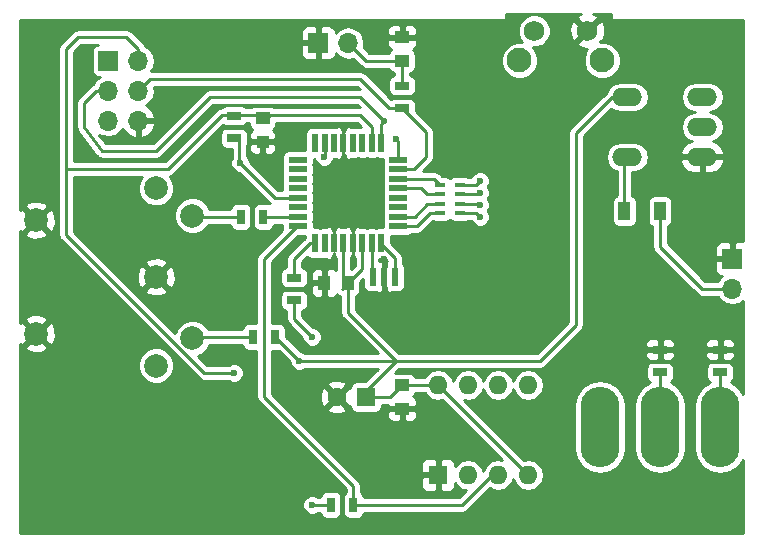
<source format=gtl>
G04 #@! TF.FileFunction,Copper,L1,Top,Signal*
%FSLAX46Y46*%
G04 Gerber Fmt 4.6, Leading zero omitted, Abs format (unit mm)*
G04 Created by KiCad (PCBNEW 4.0.7-e2-6376~58~ubuntu17.04.1) date Sun Jan  7 16:58:37 2018*
%MOMM*%
%LPD*%
G01*
G04 APERTURE LIST*
%ADD10C,0.100000*%
%ADD11R,1.600000X1.600000*%
%ADD12O,1.600000X1.600000*%
%ADD13R,1.000000X1.600000*%
%ADD14R,0.550000X1.600000*%
%ADD15R,1.600000X0.550000*%
%ADD16R,1.250000X1.000000*%
%ADD17R,1.000000X1.250000*%
%ADD18C,1.600000*%
%ADD19R,1.300000X0.700000*%
%ADD20R,0.700000X1.300000*%
%ADD21R,1.700000X1.700000*%
%ADD22O,1.700000X1.700000*%
%ADD23C,2.100000*%
%ADD24C,1.750000*%
%ADD25R,0.900000X0.400000*%
%ADD26R,0.600000X1.500000*%
%ADD27O,3.300000X6.800000*%
%ADD28R,1.000000X1.000000*%
%ADD29C,2.000000*%
%ADD30O,2.540000X1.524000*%
%ADD31C,0.600000*%
%ADD32C,0.250000*%
%ADD33C,0.254000*%
G04 APERTURE END LIST*
D10*
D11*
X156972000Y-116332000D03*
D12*
X164592000Y-108712000D03*
X159512000Y-116332000D03*
X162052000Y-108712000D03*
X162052000Y-116332000D03*
X159512000Y-108712000D03*
X164592000Y-116332000D03*
X156972000Y-108712000D03*
D13*
X172744000Y-93980000D03*
X175744000Y-93980000D03*
D14*
X146552000Y-96706000D03*
X147352000Y-96706000D03*
X148152000Y-96706000D03*
X148952000Y-96706000D03*
X149752000Y-96706000D03*
X150552000Y-96706000D03*
X151352000Y-96706000D03*
X152152000Y-96706000D03*
D15*
X153602000Y-95256000D03*
X153602000Y-94456000D03*
X153602000Y-93656000D03*
X153602000Y-92856000D03*
X153602000Y-92056000D03*
X153602000Y-91256000D03*
X153602000Y-90456000D03*
X153602000Y-89656000D03*
D14*
X152152000Y-88206000D03*
X151352000Y-88206000D03*
X150552000Y-88206000D03*
X149752000Y-88206000D03*
X148952000Y-88206000D03*
X148152000Y-88206000D03*
X147352000Y-88206000D03*
X146552000Y-88206000D03*
D15*
X145102000Y-89656000D03*
X145102000Y-90456000D03*
X145102000Y-91256000D03*
X145102000Y-92056000D03*
X145102000Y-92856000D03*
X145102000Y-93656000D03*
X145102000Y-94456000D03*
X145102000Y-95256000D03*
D16*
X153924000Y-110728000D03*
X153924000Y-108728000D03*
X153924000Y-81264000D03*
X153924000Y-79264000D03*
D17*
X147336000Y-100076000D03*
X149336000Y-100076000D03*
D11*
X150876000Y-109728000D03*
D18*
X148376000Y-109728000D03*
D19*
X139700000Y-85918000D03*
X139700000Y-87818000D03*
X144780000Y-101534000D03*
X144780000Y-99634000D03*
D20*
X143190000Y-104648000D03*
X141290000Y-104648000D03*
D19*
X153924000Y-83378000D03*
X153924000Y-85278000D03*
D20*
X149794000Y-118872000D03*
X147894000Y-118872000D03*
D21*
X129032000Y-81280000D03*
D22*
X131572000Y-81280000D03*
X129032000Y-83820000D03*
X131572000Y-83820000D03*
X129032000Y-86360000D03*
X131572000Y-86360000D03*
D23*
X170860000Y-81230000D03*
D24*
X169600000Y-78740000D03*
X165100000Y-78740000D03*
D23*
X163850000Y-81230000D03*
D25*
X157138000Y-92564000D03*
X157138000Y-93364000D03*
X157138000Y-91764000D03*
X157138000Y-94164000D03*
X158838000Y-91764000D03*
X158838000Y-92564000D03*
X158838000Y-93364000D03*
X158838000Y-94164000D03*
D19*
X180848000Y-107630000D03*
X180848000Y-105730000D03*
X175768000Y-105730000D03*
X175768000Y-107630000D03*
D26*
X151450000Y-99568000D03*
X153350000Y-99568000D03*
X152400000Y-99568000D03*
D27*
X180848000Y-112268000D03*
X170688000Y-112268000D03*
X175768000Y-112268000D03*
D20*
X140274000Y-94488000D03*
X142174000Y-94488000D03*
D28*
X142113000Y-88122000D03*
D16*
X142113000Y-86122000D03*
D21*
X181864000Y-98044000D03*
D22*
X181864000Y-100584000D03*
D21*
X146812000Y-79756000D03*
D22*
X149352000Y-79756000D03*
D29*
X122936000Y-94768000D03*
X136156000Y-94368000D03*
X136156000Y-104768000D03*
X133096000Y-107068000D03*
X133096000Y-99568000D03*
X133096000Y-92068000D03*
X122936000Y-104368000D03*
D30*
X172974000Y-84328000D03*
X172974000Y-89408000D03*
X179324000Y-84328000D03*
X179324000Y-86868000D03*
X179324000Y-89408000D03*
D31*
X145222000Y-106680000D03*
X139700000Y-107696000D03*
X149479000Y-92329000D03*
X136906000Y-86360000D03*
X152400000Y-98044000D03*
X149860000Y-98552000D03*
X147828000Y-98552000D03*
X160528000Y-91440000D03*
X160528000Y-92456000D03*
X160528000Y-93472000D03*
X160528000Y-94488000D03*
X146304000Y-104648000D03*
X146304000Y-118872000D03*
X147320000Y-89408000D03*
X152400000Y-86360000D03*
X153416000Y-87884000D03*
X140208000Y-89916000D03*
D32*
X125476000Y-90424000D02*
X134112000Y-90424000D01*
X138684000Y-85852000D02*
X139634000Y-85852000D01*
X137668000Y-86868000D02*
X138684000Y-85852000D01*
X134112000Y-90424000D02*
X137668000Y-86868000D01*
X139634000Y-85852000D02*
X139650000Y-85868000D01*
X139650000Y-85868000D02*
X146796000Y-85868000D01*
X146796000Y-85868000D02*
X146812000Y-85852000D01*
X146812000Y-85852000D02*
X150368000Y-85852000D01*
X150368000Y-85852000D02*
X151352000Y-86836000D01*
X151352000Y-86836000D02*
X151352000Y-88206000D01*
X142240000Y-86376000D02*
X142240000Y-86360000D01*
X142240000Y-86360000D02*
X142748000Y-85852000D01*
X150552000Y-96706000D02*
X150552000Y-98860000D01*
X150552000Y-98860000D02*
X149336000Y-100076000D01*
X156972000Y-108712000D02*
X164592000Y-116332000D01*
X149336000Y-100076000D02*
X149336000Y-102600000D01*
X149336000Y-102600000D02*
X153416000Y-106680000D01*
X148952000Y-96706000D02*
X148952000Y-100492000D01*
X148952000Y-100492000D02*
X148844000Y-100600000D01*
X145288000Y-106746000D02*
X145222000Y-106680000D01*
X131572000Y-80264000D02*
X130556000Y-79248000D01*
X130556000Y-79248000D02*
X126492000Y-79248000D01*
X126492000Y-79248000D02*
X125476000Y-80264000D01*
X131572000Y-81280000D02*
X131572000Y-80264000D01*
X153924000Y-108728000D02*
X156956000Y-108728000D01*
X156956000Y-108728000D02*
X156972000Y-108712000D01*
X150876000Y-109728000D02*
X152924000Y-109728000D01*
X152924000Y-109728000D02*
X153924000Y-108728000D01*
X150876000Y-109728000D02*
X150876000Y-109220000D01*
X150876000Y-109220000D02*
X153416000Y-106680000D01*
X172974000Y-84328000D02*
X171704000Y-84328000D01*
X171704000Y-84328000D02*
X168656000Y-87376000D01*
X168656000Y-87376000D02*
X168656000Y-103632000D01*
X168656000Y-103632000D02*
X165608000Y-106680000D01*
X165608000Y-106680000D02*
X155448000Y-106680000D01*
X145288000Y-106746000D02*
X143190000Y-104648000D01*
X154432000Y-106680000D02*
X153416000Y-106680000D01*
X155448000Y-106680000D02*
X154432000Y-106680000D01*
X153416000Y-106680000D02*
X148844000Y-106680000D01*
X148844000Y-106680000D02*
X145222000Y-106680000D01*
X125476000Y-80264000D02*
X125476000Y-89916000D01*
X125476000Y-89916000D02*
X125476000Y-90424000D01*
X125476000Y-90424000D02*
X125476000Y-90932000D01*
X125476000Y-90932000D02*
X125476000Y-96012000D01*
X125476000Y-96012000D02*
X137160000Y-107696000D01*
X137160000Y-107696000D02*
X139700000Y-107696000D01*
X148952000Y-88206000D02*
X148952000Y-91802000D01*
X148952000Y-91802000D02*
X149479000Y-92329000D01*
X152400000Y-99568000D02*
X152400000Y-98044000D01*
X149752000Y-96706000D02*
X149752000Y-98444000D01*
X149752000Y-98444000D02*
X149860000Y-98552000D01*
X147336000Y-100076000D02*
X147336000Y-99044000D01*
X147336000Y-99044000D02*
X147828000Y-98552000D01*
X180848000Y-107630000D02*
X180848000Y-112268000D01*
X160204000Y-91764000D02*
X158838000Y-91764000D01*
X160528000Y-91440000D02*
X160204000Y-91764000D01*
X159188000Y-91764000D02*
X158838000Y-91764000D01*
X160420000Y-92564000D02*
X158838000Y-92564000D01*
X160528000Y-92456000D02*
X160420000Y-92564000D01*
X160420000Y-93364000D02*
X158838000Y-93364000D01*
X160528000Y-93472000D02*
X160420000Y-93364000D01*
X160528000Y-94488000D02*
X160204000Y-94164000D01*
X160204000Y-94164000D02*
X158838000Y-94164000D01*
X146304000Y-104648000D02*
X144780000Y-103124000D01*
X144780000Y-103124000D02*
X144780000Y-101534000D01*
X147894000Y-118872000D02*
X146304000Y-118872000D01*
X142174000Y-94488000D02*
X145070000Y-94488000D01*
X145070000Y-94488000D02*
X145102000Y-94456000D01*
X145102000Y-95256000D02*
X145028000Y-95256000D01*
X145028000Y-95256000D02*
X142240000Y-98044000D01*
X142240000Y-98044000D02*
X142240000Y-109728000D01*
X142240000Y-109728000D02*
X149794000Y-117282000D01*
X149794000Y-117282000D02*
X149794000Y-118872000D01*
X162052000Y-116332000D02*
X161544000Y-116332000D01*
X161544000Y-116332000D02*
X159004000Y-118872000D01*
X159004000Y-118872000D02*
X149794000Y-118872000D01*
X151352000Y-96706000D02*
X151352000Y-99470000D01*
X151352000Y-99470000D02*
X151450000Y-99568000D01*
X152152000Y-96706000D02*
X152152000Y-96780000D01*
X152152000Y-96780000D02*
X153350000Y-97978000D01*
X153350000Y-97978000D02*
X153350000Y-99568000D01*
X152152000Y-96706000D02*
X152152000Y-96912000D01*
X147352000Y-88206000D02*
X147352000Y-89376000D01*
X147352000Y-89376000D02*
X147320000Y-89408000D01*
X141290000Y-104648000D02*
X136906000Y-104648000D01*
X136906000Y-94488000D02*
X140274000Y-94488000D01*
X136938000Y-94456000D02*
X136906000Y-94488000D01*
X153924000Y-85278000D02*
X152842000Y-85278000D01*
X132588000Y-82804000D02*
X131572000Y-83820000D01*
X150368000Y-82804000D02*
X132588000Y-82804000D01*
X152842000Y-85278000D02*
X150368000Y-82804000D01*
X153602000Y-90456000D02*
X154908000Y-90456000D01*
X155956000Y-87310000D02*
X153924000Y-85278000D01*
X155956000Y-89408000D02*
X155956000Y-87310000D01*
X154908000Y-90456000D02*
X155956000Y-89408000D01*
X152400000Y-86360000D02*
X150368000Y-84328000D01*
X128016000Y-83820000D02*
X129032000Y-83820000D01*
X127000000Y-84836000D02*
X128016000Y-83820000D01*
X127000000Y-86868000D02*
X127000000Y-84836000D01*
X128524000Y-88900000D02*
X127000000Y-86868000D01*
X133096000Y-88900000D02*
X128524000Y-88900000D01*
X137668000Y-84328000D02*
X133096000Y-88900000D01*
X150368000Y-84328000D02*
X137668000Y-84328000D01*
X150368000Y-84328000D02*
X150368000Y-84328000D01*
X152400000Y-86360000D02*
X152152000Y-86608000D01*
X152152000Y-86608000D02*
X152400000Y-86360000D01*
X152152000Y-88206000D02*
X152152000Y-86608000D01*
X152152000Y-86608000D02*
X152400000Y-86360000D01*
X172744000Y-93980000D02*
X172744000Y-89638000D01*
X172744000Y-89638000D02*
X172974000Y-89408000D01*
X153602000Y-88070000D02*
X153416000Y-87884000D01*
X153602000Y-89656000D02*
X153602000Y-88070000D01*
X140142000Y-87884000D02*
X140142000Y-89850000D01*
X140142000Y-89850000D02*
X143148000Y-92856000D01*
X140208000Y-89916000D02*
X140142000Y-89850000D01*
X143148000Y-92856000D02*
X145102000Y-92856000D01*
X153924000Y-83378000D02*
X153924000Y-81264000D01*
X153924000Y-81264000D02*
X153908000Y-81280000D01*
X153908000Y-81280000D02*
X150876000Y-81280000D01*
X150876000Y-81280000D02*
X149352000Y-79756000D01*
X181864000Y-100584000D02*
X179324000Y-100584000D01*
X175744000Y-97004000D02*
X175744000Y-93980000D01*
X179324000Y-100584000D02*
X175744000Y-97004000D01*
X153602000Y-92056000D02*
X155556000Y-92056000D01*
X156064000Y-92564000D02*
X157138000Y-92564000D01*
X155556000Y-92056000D02*
X156064000Y-92564000D01*
X153602000Y-95256000D02*
X155188000Y-95256000D01*
X156280000Y-94164000D02*
X157138000Y-94164000D01*
X155188000Y-95256000D02*
X156280000Y-94164000D01*
X153602000Y-95256000D02*
X154184000Y-95256000D01*
X153602000Y-91256000D02*
X156630000Y-91256000D01*
X156630000Y-91256000D02*
X157138000Y-91764000D01*
X153602000Y-94456000D02*
X154972000Y-94456000D01*
X156064000Y-93364000D02*
X157138000Y-93364000D01*
X154972000Y-94456000D02*
X156064000Y-93364000D01*
X175768000Y-107630000D02*
X175768000Y-112268000D01*
X146552000Y-96706000D02*
X146118000Y-96706000D01*
X144780000Y-98044000D02*
X144780000Y-99634000D01*
X146118000Y-96706000D02*
X144780000Y-98044000D01*
D33*
G36*
X168800884Y-77424047D02*
X168717545Y-77677940D01*
X169600000Y-78560395D01*
X170482455Y-77677940D01*
X170399116Y-77424047D01*
X170086086Y-77310000D01*
X171577000Y-77310000D01*
X171577000Y-77724000D01*
X171587006Y-77773410D01*
X171615447Y-77815035D01*
X171657841Y-77842315D01*
X171704000Y-77851000D01*
X182753000Y-77851000D01*
X182753000Y-96559000D01*
X182149750Y-96559000D01*
X181991000Y-96717750D01*
X181991000Y-97917000D01*
X182011000Y-97917000D01*
X182011000Y-98171000D01*
X181991000Y-98171000D01*
X181991000Y-98191000D01*
X181737000Y-98191000D01*
X181737000Y-98171000D01*
X180537750Y-98171000D01*
X180379000Y-98329750D01*
X180379000Y-99020310D01*
X180475673Y-99253699D01*
X180654302Y-99432327D01*
X180887691Y-99529000D01*
X180985032Y-99529000D01*
X180863337Y-99610314D01*
X180648393Y-99932000D01*
X179594067Y-99932000D01*
X176729758Y-97067690D01*
X180379000Y-97067690D01*
X180379000Y-97758250D01*
X180537750Y-97917000D01*
X181737000Y-97917000D01*
X181737000Y-96717750D01*
X181578250Y-96559000D01*
X180887691Y-96559000D01*
X180654302Y-96655673D01*
X180475673Y-96834301D01*
X180379000Y-97067690D01*
X176729758Y-97067690D01*
X176396000Y-96733932D01*
X176396000Y-95288723D01*
X176439294Y-95280577D01*
X176618660Y-95165158D01*
X176738990Y-94989049D01*
X176781324Y-94780000D01*
X176781324Y-93180000D01*
X176744577Y-92984706D01*
X176629158Y-92805340D01*
X176453049Y-92685010D01*
X176244000Y-92642676D01*
X175244000Y-92642676D01*
X175048706Y-92679423D01*
X174869340Y-92794842D01*
X174749010Y-92970951D01*
X174706676Y-93180000D01*
X174706676Y-94780000D01*
X174743423Y-94975294D01*
X174858842Y-95154660D01*
X175034951Y-95274990D01*
X175092000Y-95286543D01*
X175092000Y-97003995D01*
X175091999Y-97004000D01*
X175124430Y-97167034D01*
X175141631Y-97253510D01*
X175234167Y-97392000D01*
X175282966Y-97465034D01*
X178862964Y-101045031D01*
X178862966Y-101045034D01*
X179004302Y-101139471D01*
X179074491Y-101186370D01*
X179324000Y-101236001D01*
X179324005Y-101236000D01*
X180648393Y-101236000D01*
X180863337Y-101557686D01*
X181310068Y-101856182D01*
X181837023Y-101961000D01*
X181890977Y-101961000D01*
X182417932Y-101856182D01*
X182753000Y-101632297D01*
X182753000Y-109448896D01*
X182387371Y-108901695D01*
X181725810Y-108459653D01*
X181872660Y-108365158D01*
X181992990Y-108189049D01*
X182035324Y-107980000D01*
X182035324Y-107280000D01*
X181998577Y-107084706D01*
X181883158Y-106905340D01*
X181707049Y-106785010D01*
X181498000Y-106742676D01*
X180198000Y-106742676D01*
X180002706Y-106779423D01*
X179823340Y-106894842D01*
X179703010Y-107070951D01*
X179660676Y-107280000D01*
X179660676Y-107980000D01*
X179697423Y-108175294D01*
X179812842Y-108354660D01*
X179968327Y-108460898D01*
X179308629Y-108901695D01*
X178836714Y-109607964D01*
X178671000Y-110441066D01*
X178671000Y-114094934D01*
X178836714Y-114928036D01*
X179308629Y-115634305D01*
X180014898Y-116106220D01*
X180848000Y-116271934D01*
X181681102Y-116106220D01*
X182387371Y-115634305D01*
X182753000Y-115087104D01*
X182753000Y-121285000D01*
X121539000Y-121285000D01*
X121539000Y-119035779D01*
X145476857Y-119035779D01*
X145602495Y-119339846D01*
X145834930Y-119572688D01*
X146138778Y-119698856D01*
X146467779Y-119699143D01*
X146771846Y-119573505D01*
X146821438Y-119524000D01*
X147007052Y-119524000D01*
X147043423Y-119717294D01*
X147158842Y-119896660D01*
X147334951Y-120016990D01*
X147544000Y-120059324D01*
X148244000Y-120059324D01*
X148439294Y-120022577D01*
X148618660Y-119907158D01*
X148738990Y-119731049D01*
X148781324Y-119522000D01*
X148781324Y-118222000D01*
X148744577Y-118026706D01*
X148629158Y-117847340D01*
X148453049Y-117727010D01*
X148244000Y-117684676D01*
X147544000Y-117684676D01*
X147348706Y-117721423D01*
X147169340Y-117836842D01*
X147049010Y-118012951D01*
X147007081Y-118220000D01*
X146821673Y-118220000D01*
X146773070Y-118171312D01*
X146469222Y-118045144D01*
X146140221Y-118044857D01*
X145836154Y-118170495D01*
X145603312Y-118402930D01*
X145477144Y-118706778D01*
X145476857Y-119035779D01*
X121539000Y-119035779D01*
X121539000Y-107370407D01*
X131568735Y-107370407D01*
X131800717Y-107931846D01*
X132229894Y-108361773D01*
X132790928Y-108594735D01*
X133398407Y-108595265D01*
X133959846Y-108363283D01*
X134389773Y-107934106D01*
X134622735Y-107373072D01*
X134623265Y-106765593D01*
X134391283Y-106204154D01*
X133962106Y-105774227D01*
X133401072Y-105541265D01*
X132793593Y-105540735D01*
X132232154Y-105772717D01*
X131802227Y-106201894D01*
X131569265Y-106762928D01*
X131568735Y-107370407D01*
X121539000Y-107370407D01*
X121539000Y-105520532D01*
X121963073Y-105520532D01*
X122061736Y-105787387D01*
X122671461Y-106013908D01*
X123321460Y-105989856D01*
X123810264Y-105787387D01*
X123908927Y-105520532D01*
X122936000Y-104547605D01*
X121963073Y-105520532D01*
X121539000Y-105520532D01*
X121539000Y-105250541D01*
X121783468Y-105340927D01*
X122756395Y-104368000D01*
X123115605Y-104368000D01*
X124088532Y-105340927D01*
X124355387Y-105242264D01*
X124581908Y-104632539D01*
X124557856Y-103982540D01*
X124355387Y-103493736D01*
X124088532Y-103395073D01*
X123115605Y-104368000D01*
X122756395Y-104368000D01*
X121783468Y-103395073D01*
X121539000Y-103485459D01*
X121539000Y-103215468D01*
X121963073Y-103215468D01*
X122936000Y-104188395D01*
X123908927Y-103215468D01*
X123810264Y-102948613D01*
X123200539Y-102722092D01*
X122550540Y-102746144D01*
X122061736Y-102948613D01*
X121963073Y-103215468D01*
X121539000Y-103215468D01*
X121539000Y-95920532D01*
X121963073Y-95920532D01*
X122061736Y-96187387D01*
X122671461Y-96413908D01*
X123321460Y-96389856D01*
X123810264Y-96187387D01*
X123908927Y-95920532D01*
X122936000Y-94947605D01*
X121963073Y-95920532D01*
X121539000Y-95920532D01*
X121539000Y-95650541D01*
X121783468Y-95740927D01*
X122756395Y-94768000D01*
X123115605Y-94768000D01*
X124088532Y-95740927D01*
X124355387Y-95642264D01*
X124581908Y-95032539D01*
X124557856Y-94382540D01*
X124355387Y-93893736D01*
X124088532Y-93795073D01*
X123115605Y-94768000D01*
X122756395Y-94768000D01*
X121783468Y-93795073D01*
X121539000Y-93885459D01*
X121539000Y-93615468D01*
X121963073Y-93615468D01*
X122936000Y-94588395D01*
X123908927Y-93615468D01*
X123810264Y-93348613D01*
X123200539Y-93122092D01*
X122550540Y-93146144D01*
X122061736Y-93348613D01*
X121963073Y-93615468D01*
X121539000Y-93615468D01*
X121539000Y-80264000D01*
X124823999Y-80264000D01*
X124824000Y-80264005D01*
X124824000Y-96011995D01*
X124823999Y-96012000D01*
X124856946Y-96177631D01*
X124873631Y-96261510D01*
X124979697Y-96420250D01*
X125014966Y-96473034D01*
X136698964Y-108157031D01*
X136698966Y-108157034D01*
X136910490Y-108298369D01*
X137160000Y-108348000D01*
X139182327Y-108348000D01*
X139230930Y-108396688D01*
X139534778Y-108522856D01*
X139863779Y-108523143D01*
X140167846Y-108397505D01*
X140400688Y-108165070D01*
X140526856Y-107861222D01*
X140527143Y-107532221D01*
X140401505Y-107228154D01*
X140169070Y-106995312D01*
X139865222Y-106869144D01*
X139536221Y-106868857D01*
X139232154Y-106994495D01*
X139182562Y-107044000D01*
X137430067Y-107044000D01*
X136616153Y-106230086D01*
X137019846Y-106063283D01*
X137449773Y-105634106D01*
X137588506Y-105300000D01*
X140403052Y-105300000D01*
X140439423Y-105493294D01*
X140554842Y-105672660D01*
X140730951Y-105792990D01*
X140940000Y-105835324D01*
X141588000Y-105835324D01*
X141588000Y-109727995D01*
X141587999Y-109728000D01*
X141623726Y-109907605D01*
X141637631Y-109977510D01*
X141696088Y-110064997D01*
X141778966Y-110189034D01*
X149142000Y-117552067D01*
X149142000Y-117790087D01*
X149069340Y-117836842D01*
X148949010Y-118012951D01*
X148906676Y-118222000D01*
X148906676Y-119522000D01*
X148943423Y-119717294D01*
X149058842Y-119896660D01*
X149234951Y-120016990D01*
X149444000Y-120059324D01*
X150144000Y-120059324D01*
X150339294Y-120022577D01*
X150518660Y-119907158D01*
X150638990Y-119731049D01*
X150680919Y-119524000D01*
X159003995Y-119524000D01*
X159004000Y-119524001D01*
X159212113Y-119482604D01*
X159253510Y-119474369D01*
X159465034Y-119333034D01*
X161346300Y-117451767D01*
X161544179Y-117583985D01*
X162052000Y-117684997D01*
X162559821Y-117583985D01*
X162990331Y-117296328D01*
X163277988Y-116865818D01*
X163322000Y-116644555D01*
X163366012Y-116865818D01*
X163653669Y-117296328D01*
X164084179Y-117583985D01*
X164592000Y-117684997D01*
X165099821Y-117583985D01*
X165530331Y-117296328D01*
X165817988Y-116865818D01*
X165919000Y-116357997D01*
X165919000Y-116306003D01*
X165817988Y-115798182D01*
X165530331Y-115367672D01*
X165099821Y-115080015D01*
X164592000Y-114979003D01*
X164232566Y-115050499D01*
X159623133Y-110441066D01*
X168511000Y-110441066D01*
X168511000Y-114094934D01*
X168676714Y-114928036D01*
X169148629Y-115634305D01*
X169854898Y-116106220D01*
X170688000Y-116271934D01*
X171521102Y-116106220D01*
X172227371Y-115634305D01*
X172699286Y-114928036D01*
X172865000Y-114094934D01*
X172865000Y-110441066D01*
X173591000Y-110441066D01*
X173591000Y-114094934D01*
X173756714Y-114928036D01*
X174228629Y-115634305D01*
X174934898Y-116106220D01*
X175768000Y-116271934D01*
X176601102Y-116106220D01*
X177307371Y-115634305D01*
X177779286Y-114928036D01*
X177945000Y-114094934D01*
X177945000Y-110441066D01*
X177779286Y-109607964D01*
X177307371Y-108901695D01*
X176645810Y-108459653D01*
X176792660Y-108365158D01*
X176912990Y-108189049D01*
X176955324Y-107980000D01*
X176955324Y-107280000D01*
X176918577Y-107084706D01*
X176803158Y-106905340D01*
X176627049Y-106785010D01*
X176418000Y-106742676D01*
X175118000Y-106742676D01*
X174922706Y-106779423D01*
X174743340Y-106894842D01*
X174623010Y-107070951D01*
X174580676Y-107280000D01*
X174580676Y-107980000D01*
X174617423Y-108175294D01*
X174732842Y-108354660D01*
X174888327Y-108460898D01*
X174228629Y-108901695D01*
X173756714Y-109607964D01*
X173591000Y-110441066D01*
X172865000Y-110441066D01*
X172699286Y-109607964D01*
X172227371Y-108901695D01*
X171521102Y-108429780D01*
X170688000Y-108264066D01*
X169854898Y-108429780D01*
X169148629Y-108901695D01*
X168676714Y-109607964D01*
X168511000Y-110441066D01*
X159623133Y-110441066D01*
X159181280Y-109999213D01*
X159512000Y-110064997D01*
X160019821Y-109963985D01*
X160450331Y-109676328D01*
X160737988Y-109245818D01*
X160782000Y-109024555D01*
X160826012Y-109245818D01*
X161113669Y-109676328D01*
X161544179Y-109963985D01*
X162052000Y-110064997D01*
X162559821Y-109963985D01*
X162990331Y-109676328D01*
X163277988Y-109245818D01*
X163322000Y-109024555D01*
X163366012Y-109245818D01*
X163653669Y-109676328D01*
X164084179Y-109963985D01*
X164592000Y-110064997D01*
X165099821Y-109963985D01*
X165530331Y-109676328D01*
X165817988Y-109245818D01*
X165919000Y-108737997D01*
X165919000Y-108686003D01*
X165817988Y-108178182D01*
X165530331Y-107747672D01*
X165099821Y-107460015D01*
X164592000Y-107359003D01*
X164084179Y-107460015D01*
X163653669Y-107747672D01*
X163366012Y-108178182D01*
X163322000Y-108399445D01*
X163277988Y-108178182D01*
X162990331Y-107747672D01*
X162559821Y-107460015D01*
X162052000Y-107359003D01*
X161544179Y-107460015D01*
X161113669Y-107747672D01*
X160826012Y-108178182D01*
X160782000Y-108399445D01*
X160737988Y-108178182D01*
X160450331Y-107747672D01*
X160019821Y-107460015D01*
X159512000Y-107359003D01*
X159004179Y-107460015D01*
X158573669Y-107747672D01*
X158286012Y-108178182D01*
X158242000Y-108399445D01*
X158197988Y-108178182D01*
X157910331Y-107747672D01*
X157479821Y-107460015D01*
X156972000Y-107359003D01*
X156464179Y-107460015D01*
X156033669Y-107747672D01*
X155814288Y-108076000D01*
X155057723Y-108076000D01*
X155049577Y-108032706D01*
X154934158Y-107853340D01*
X154758049Y-107733010D01*
X154549000Y-107690676D01*
X153327391Y-107690676D01*
X153686067Y-107332000D01*
X165607995Y-107332000D01*
X165608000Y-107332001D01*
X165816113Y-107290604D01*
X165857510Y-107282369D01*
X166069034Y-107141034D01*
X167194318Y-106015750D01*
X174483000Y-106015750D01*
X174483000Y-106206309D01*
X174579673Y-106439698D01*
X174758301Y-106618327D01*
X174991690Y-106715000D01*
X175482250Y-106715000D01*
X175641000Y-106556250D01*
X175641000Y-105857000D01*
X175895000Y-105857000D01*
X175895000Y-106556250D01*
X176053750Y-106715000D01*
X176544310Y-106715000D01*
X176777699Y-106618327D01*
X176956327Y-106439698D01*
X177053000Y-106206309D01*
X177053000Y-106015750D01*
X179563000Y-106015750D01*
X179563000Y-106206309D01*
X179659673Y-106439698D01*
X179838301Y-106618327D01*
X180071690Y-106715000D01*
X180562250Y-106715000D01*
X180721000Y-106556250D01*
X180721000Y-105857000D01*
X180975000Y-105857000D01*
X180975000Y-106556250D01*
X181133750Y-106715000D01*
X181624310Y-106715000D01*
X181857699Y-106618327D01*
X182036327Y-106439698D01*
X182133000Y-106206309D01*
X182133000Y-106015750D01*
X181974250Y-105857000D01*
X180975000Y-105857000D01*
X180721000Y-105857000D01*
X179721750Y-105857000D01*
X179563000Y-106015750D01*
X177053000Y-106015750D01*
X176894250Y-105857000D01*
X175895000Y-105857000D01*
X175641000Y-105857000D01*
X174641750Y-105857000D01*
X174483000Y-106015750D01*
X167194318Y-106015750D01*
X167956377Y-105253691D01*
X174483000Y-105253691D01*
X174483000Y-105444250D01*
X174641750Y-105603000D01*
X175641000Y-105603000D01*
X175641000Y-104903750D01*
X175895000Y-104903750D01*
X175895000Y-105603000D01*
X176894250Y-105603000D01*
X177053000Y-105444250D01*
X177053000Y-105253691D01*
X179563000Y-105253691D01*
X179563000Y-105444250D01*
X179721750Y-105603000D01*
X180721000Y-105603000D01*
X180721000Y-104903750D01*
X180975000Y-104903750D01*
X180975000Y-105603000D01*
X181974250Y-105603000D01*
X182133000Y-105444250D01*
X182133000Y-105253691D01*
X182036327Y-105020302D01*
X181857699Y-104841673D01*
X181624310Y-104745000D01*
X181133750Y-104745000D01*
X180975000Y-104903750D01*
X180721000Y-104903750D01*
X180562250Y-104745000D01*
X180071690Y-104745000D01*
X179838301Y-104841673D01*
X179659673Y-105020302D01*
X179563000Y-105253691D01*
X177053000Y-105253691D01*
X176956327Y-105020302D01*
X176777699Y-104841673D01*
X176544310Y-104745000D01*
X176053750Y-104745000D01*
X175895000Y-104903750D01*
X175641000Y-104903750D01*
X175482250Y-104745000D01*
X174991690Y-104745000D01*
X174758301Y-104841673D01*
X174579673Y-105020302D01*
X174483000Y-105253691D01*
X167956377Y-105253691D01*
X169117034Y-104093034D01*
X169180533Y-103998000D01*
X169258369Y-103881510D01*
X169274044Y-103802706D01*
X169308001Y-103632000D01*
X169308000Y-103631995D01*
X169308000Y-89408000D01*
X171141795Y-89408000D01*
X171239914Y-89901279D01*
X171519334Y-90319461D01*
X171937516Y-90598881D01*
X172092000Y-90629610D01*
X172092000Y-92671277D01*
X172048706Y-92679423D01*
X171869340Y-92794842D01*
X171749010Y-92970951D01*
X171706676Y-93180000D01*
X171706676Y-94780000D01*
X171743423Y-94975294D01*
X171858842Y-95154660D01*
X172034951Y-95274990D01*
X172244000Y-95317324D01*
X173244000Y-95317324D01*
X173439294Y-95280577D01*
X173618660Y-95165158D01*
X173738990Y-94989049D01*
X173781324Y-94780000D01*
X173781324Y-93180000D01*
X173744577Y-92984706D01*
X173629158Y-92805340D01*
X173453049Y-92685010D01*
X173396000Y-92673457D01*
X173396000Y-90697000D01*
X173517205Y-90697000D01*
X174010484Y-90598881D01*
X174428666Y-90319461D01*
X174708086Y-89901279D01*
X174737964Y-89751070D01*
X177461780Y-89751070D01*
X177476740Y-89825277D01*
X177738370Y-90306026D01*
X178164059Y-90650059D01*
X178689000Y-90805000D01*
X179197000Y-90805000D01*
X179197000Y-89535000D01*
X179451000Y-89535000D01*
X179451000Y-90805000D01*
X179959000Y-90805000D01*
X180483941Y-90650059D01*
X180909630Y-90306026D01*
X181171260Y-89825277D01*
X181186220Y-89751070D01*
X181063720Y-89535000D01*
X179451000Y-89535000D01*
X179197000Y-89535000D01*
X177584280Y-89535000D01*
X177461780Y-89751070D01*
X174737964Y-89751070D01*
X174806205Y-89408000D01*
X174737965Y-89064930D01*
X177461780Y-89064930D01*
X177584280Y-89281000D01*
X179197000Y-89281000D01*
X179197000Y-89261000D01*
X179451000Y-89261000D01*
X179451000Y-89281000D01*
X181063720Y-89281000D01*
X181186220Y-89064930D01*
X181171260Y-88990723D01*
X180909630Y-88509974D01*
X180483941Y-88165941D01*
X180217548Y-88087313D01*
X180360484Y-88058881D01*
X180778666Y-87779461D01*
X181058086Y-87361279D01*
X181156205Y-86868000D01*
X181058086Y-86374721D01*
X180778666Y-85956539D01*
X180360484Y-85677119D01*
X179962725Y-85598000D01*
X180360484Y-85518881D01*
X180778666Y-85239461D01*
X181058086Y-84821279D01*
X181156205Y-84328000D01*
X181058086Y-83834721D01*
X180778666Y-83416539D01*
X180360484Y-83137119D01*
X179867205Y-83039000D01*
X178780795Y-83039000D01*
X178287516Y-83137119D01*
X177869334Y-83416539D01*
X177589914Y-83834721D01*
X177491795Y-84328000D01*
X177589914Y-84821279D01*
X177869334Y-85239461D01*
X178287516Y-85518881D01*
X178685275Y-85598000D01*
X178287516Y-85677119D01*
X177869334Y-85956539D01*
X177589914Y-86374721D01*
X177491795Y-86868000D01*
X177589914Y-87361279D01*
X177869334Y-87779461D01*
X178287516Y-88058881D01*
X178430452Y-88087313D01*
X178164059Y-88165941D01*
X177738370Y-88509974D01*
X177476740Y-88990723D01*
X177461780Y-89064930D01*
X174737965Y-89064930D01*
X174708086Y-88914721D01*
X174428666Y-88496539D01*
X174010484Y-88217119D01*
X173517205Y-88119000D01*
X172430795Y-88119000D01*
X171937516Y-88217119D01*
X171519334Y-88496539D01*
X171239914Y-88914721D01*
X171141795Y-89408000D01*
X169308000Y-89408000D01*
X169308000Y-87646068D01*
X171636392Y-85317676D01*
X171937516Y-85518881D01*
X172430795Y-85617000D01*
X173517205Y-85617000D01*
X174010484Y-85518881D01*
X174428666Y-85239461D01*
X174708086Y-84821279D01*
X174806205Y-84328000D01*
X174708086Y-83834721D01*
X174428666Y-83416539D01*
X174010484Y-83137119D01*
X173517205Y-83039000D01*
X172430795Y-83039000D01*
X171937516Y-83137119D01*
X171519334Y-83416539D01*
X171239914Y-83834721D01*
X171231150Y-83878782D01*
X168194966Y-86914966D01*
X168053631Y-87126490D01*
X168053631Y-87126491D01*
X168003999Y-87376000D01*
X168004000Y-87376005D01*
X168004000Y-103361932D01*
X165337932Y-106028000D01*
X153686067Y-106028000D01*
X149988000Y-102329932D01*
X149988000Y-101209723D01*
X150031294Y-101201577D01*
X150210660Y-101086158D01*
X150330990Y-100910049D01*
X150373324Y-100701000D01*
X150373324Y-99960744D01*
X150612676Y-99721391D01*
X150612676Y-100318000D01*
X150649423Y-100513294D01*
X150764842Y-100692660D01*
X150940951Y-100812990D01*
X151150000Y-100855324D01*
X151739299Y-100855324D01*
X151740302Y-100856327D01*
X151973691Y-100953000D01*
X152114250Y-100953000D01*
X152273000Y-100794250D01*
X152273000Y-100388733D01*
X152287324Y-100318000D01*
X152287324Y-98818000D01*
X152273000Y-98741874D01*
X152273000Y-98341750D01*
X152114250Y-98183000D01*
X152004000Y-98183000D01*
X152004000Y-98043324D01*
X152427000Y-98043324D01*
X152482763Y-98032831D01*
X152659341Y-98209409D01*
X152527000Y-98341750D01*
X152527000Y-98747267D01*
X152512676Y-98818000D01*
X152512676Y-100318000D01*
X152527000Y-100394126D01*
X152527000Y-100794250D01*
X152685750Y-100953000D01*
X152826309Y-100953000D01*
X153059698Y-100856327D01*
X153060701Y-100855324D01*
X153650000Y-100855324D01*
X153845294Y-100818577D01*
X154024660Y-100703158D01*
X154144990Y-100527049D01*
X154187324Y-100318000D01*
X154187324Y-98818000D01*
X154150577Y-98622706D01*
X154035158Y-98443340D01*
X154002000Y-98420684D01*
X154002000Y-97978005D01*
X154002001Y-97978000D01*
X153952370Y-97728491D01*
X153811034Y-97516966D01*
X152964324Y-96670256D01*
X152964324Y-96068324D01*
X154402000Y-96068324D01*
X154597294Y-96031577D01*
X154776660Y-95916158D01*
X154782234Y-95908000D01*
X155187995Y-95908000D01*
X155188000Y-95908001D01*
X155396113Y-95866604D01*
X155437510Y-95858369D01*
X155649034Y-95717034D01*
X156502341Y-94863727D01*
X156688000Y-94901324D01*
X157588000Y-94901324D01*
X157783294Y-94864577D01*
X157962660Y-94749158D01*
X157986832Y-94713780D01*
X158002842Y-94738660D01*
X158178951Y-94858990D01*
X158388000Y-94901324D01*
X159288000Y-94901324D01*
X159483294Y-94864577D01*
X159558785Y-94816000D01*
X159768712Y-94816000D01*
X159826495Y-94955846D01*
X160058930Y-95188688D01*
X160362778Y-95314856D01*
X160691779Y-95315143D01*
X160995846Y-95189505D01*
X161228688Y-94957070D01*
X161354856Y-94653222D01*
X161355143Y-94324221D01*
X161229505Y-94020154D01*
X161189555Y-93980134D01*
X161228688Y-93941070D01*
X161354856Y-93637222D01*
X161355143Y-93308221D01*
X161229505Y-93004154D01*
X161189555Y-92964134D01*
X161228688Y-92925070D01*
X161354856Y-92621222D01*
X161355143Y-92292221D01*
X161229505Y-91988154D01*
X161189555Y-91948134D01*
X161228688Y-91909070D01*
X161354856Y-91605222D01*
X161355143Y-91276221D01*
X161229505Y-90972154D01*
X160997070Y-90739312D01*
X160693222Y-90613144D01*
X160364221Y-90612857D01*
X160060154Y-90738495D01*
X159827312Y-90970930D01*
X159768735Y-91112000D01*
X159559967Y-91112000D01*
X159497049Y-91069010D01*
X159288000Y-91026676D01*
X158388000Y-91026676D01*
X158192706Y-91063423D01*
X158013340Y-91178842D01*
X157989168Y-91214220D01*
X157973158Y-91189340D01*
X157797049Y-91069010D01*
X157588000Y-91026676D01*
X157322744Y-91026676D01*
X157091034Y-90794966D01*
X157007741Y-90739312D01*
X156879510Y-90653631D01*
X156838113Y-90645396D01*
X156630000Y-90603999D01*
X156629995Y-90604000D01*
X155682068Y-90604000D01*
X156417031Y-89869036D01*
X156417034Y-89869034D01*
X156558369Y-89657510D01*
X156558370Y-89657509D01*
X156608001Y-89408000D01*
X156608000Y-89407995D01*
X156608000Y-87310005D01*
X156608001Y-87310000D01*
X156562815Y-87082842D01*
X156558369Y-87060490D01*
X156417034Y-86848966D01*
X155111324Y-85543256D01*
X155111324Y-84928000D01*
X155074577Y-84732706D01*
X154959158Y-84553340D01*
X154783049Y-84433010D01*
X154574000Y-84390676D01*
X153274000Y-84390676D01*
X153078706Y-84427423D01*
X152978178Y-84492111D01*
X150829034Y-82342966D01*
X150766712Y-82301324D01*
X150617510Y-82201631D01*
X150576113Y-82193396D01*
X150368000Y-82151999D01*
X150367995Y-82152000D01*
X132640607Y-82152000D01*
X132871159Y-81806955D01*
X132975977Y-81280000D01*
X132871159Y-80753045D01*
X132572663Y-80306314D01*
X132180263Y-80044121D01*
X132179792Y-80041750D01*
X145327000Y-80041750D01*
X145327000Y-80732309D01*
X145423673Y-80965698D01*
X145602301Y-81144327D01*
X145835690Y-81241000D01*
X146526250Y-81241000D01*
X146685000Y-81082250D01*
X146685000Y-79883000D01*
X145485750Y-79883000D01*
X145327000Y-80041750D01*
X132179792Y-80041750D01*
X132174369Y-80014491D01*
X132174369Y-80014490D01*
X132033034Y-79802966D01*
X131017034Y-78786966D01*
X131006146Y-78779691D01*
X145327000Y-78779691D01*
X145327000Y-79470250D01*
X145485750Y-79629000D01*
X146685000Y-79629000D01*
X146685000Y-78429750D01*
X146939000Y-78429750D01*
X146939000Y-79629000D01*
X146959000Y-79629000D01*
X146959000Y-79883000D01*
X146939000Y-79883000D01*
X146939000Y-81082250D01*
X147097750Y-81241000D01*
X147788310Y-81241000D01*
X148021699Y-81144327D01*
X148200327Y-80965698D01*
X148297000Y-80732309D01*
X148297000Y-80634968D01*
X148378314Y-80756663D01*
X148825045Y-81055159D01*
X149352000Y-81159977D01*
X149753956Y-81080023D01*
X150414964Y-81741031D01*
X150414966Y-81741034D01*
X150626490Y-81882369D01*
X150876000Y-81932000D01*
X152793287Y-81932000D01*
X152798423Y-81959294D01*
X152913842Y-82138660D01*
X153089951Y-82258990D01*
X153272000Y-82295856D01*
X153272000Y-82491052D01*
X153078706Y-82527423D01*
X152899340Y-82642842D01*
X152779010Y-82818951D01*
X152736676Y-83028000D01*
X152736676Y-83728000D01*
X152773423Y-83923294D01*
X152888842Y-84102660D01*
X153064951Y-84222990D01*
X153274000Y-84265324D01*
X154574000Y-84265324D01*
X154769294Y-84228577D01*
X154948660Y-84113158D01*
X155068990Y-83937049D01*
X155111324Y-83728000D01*
X155111324Y-83028000D01*
X155074577Y-82832706D01*
X154959158Y-82653340D01*
X154783049Y-82533010D01*
X154576000Y-82491081D01*
X154576000Y-82296244D01*
X154744294Y-82264577D01*
X154923660Y-82149158D01*
X155043990Y-81973049D01*
X155086324Y-81764000D01*
X155086324Y-81542308D01*
X162272727Y-81542308D01*
X162512305Y-82122132D01*
X162955535Y-82566136D01*
X163534939Y-82806725D01*
X164162308Y-82807273D01*
X164742132Y-82567695D01*
X165186136Y-82124465D01*
X165426725Y-81545061D01*
X165427273Y-80917692D01*
X165187695Y-80337868D01*
X164992075Y-80141906D01*
X165377652Y-80142243D01*
X165893132Y-79929251D01*
X166020545Y-79802060D01*
X168717545Y-79802060D01*
X168800884Y-80055953D01*
X169365306Y-80261590D01*
X169608497Y-80251050D01*
X169523864Y-80335535D01*
X169283275Y-80914939D01*
X169282727Y-81542308D01*
X169522305Y-82122132D01*
X169965535Y-82566136D01*
X170544939Y-82806725D01*
X171172308Y-82807273D01*
X171752132Y-82567695D01*
X172196136Y-82124465D01*
X172436725Y-81545061D01*
X172437273Y-80917692D01*
X172197695Y-80337868D01*
X171754465Y-79893864D01*
X171175061Y-79653275D01*
X170692461Y-79652853D01*
X170662062Y-79622454D01*
X170915953Y-79539116D01*
X171121590Y-78974694D01*
X171095579Y-78374542D01*
X170915953Y-77940884D01*
X170662060Y-77857545D01*
X169779605Y-78740000D01*
X169793748Y-78754143D01*
X169614143Y-78933748D01*
X169600000Y-78919605D01*
X168717545Y-79802060D01*
X166020545Y-79802060D01*
X166287865Y-79535206D01*
X166501756Y-79020099D01*
X166502205Y-78505306D01*
X168078410Y-78505306D01*
X168104421Y-79105458D01*
X168284047Y-79539116D01*
X168537940Y-79622455D01*
X169420395Y-78740000D01*
X168537940Y-77857545D01*
X168284047Y-77940884D01*
X168078410Y-78505306D01*
X166502205Y-78505306D01*
X166502243Y-78462348D01*
X166289251Y-77946868D01*
X165895206Y-77552135D01*
X165380099Y-77338244D01*
X164822348Y-77337757D01*
X164306868Y-77550749D01*
X163912135Y-77944794D01*
X163698244Y-78459901D01*
X163697757Y-79017652D01*
X163910749Y-79533132D01*
X164030565Y-79653158D01*
X163537692Y-79652727D01*
X162957868Y-79892305D01*
X162513864Y-80335535D01*
X162273275Y-80914939D01*
X162272727Y-81542308D01*
X155086324Y-81542308D01*
X155086324Y-80764000D01*
X155049577Y-80568706D01*
X154934158Y-80389340D01*
X154845265Y-80328602D01*
X154908699Y-80302327D01*
X155087327Y-80123698D01*
X155184000Y-79890309D01*
X155184000Y-79549750D01*
X155025250Y-79391000D01*
X154051000Y-79391000D01*
X154051000Y-79411000D01*
X153797000Y-79411000D01*
X153797000Y-79391000D01*
X152822750Y-79391000D01*
X152664000Y-79549750D01*
X152664000Y-79890309D01*
X152760673Y-80123698D01*
X152939301Y-80302327D01*
X153002540Y-80328522D01*
X152924340Y-80378842D01*
X152804010Y-80554951D01*
X152789217Y-80628000D01*
X151146067Y-80628000D01*
X150657998Y-80139930D01*
X150729000Y-79782977D01*
X150729000Y-79729023D01*
X150624182Y-79202068D01*
X150325686Y-78755337D01*
X150149617Y-78637691D01*
X152664000Y-78637691D01*
X152664000Y-78978250D01*
X152822750Y-79137000D01*
X153797000Y-79137000D01*
X153797000Y-78287750D01*
X154051000Y-78287750D01*
X154051000Y-79137000D01*
X155025250Y-79137000D01*
X155184000Y-78978250D01*
X155184000Y-78637691D01*
X155087327Y-78404302D01*
X154908699Y-78225673D01*
X154675310Y-78129000D01*
X154209750Y-78129000D01*
X154051000Y-78287750D01*
X153797000Y-78287750D01*
X153638250Y-78129000D01*
X153172690Y-78129000D01*
X152939301Y-78225673D01*
X152760673Y-78404302D01*
X152664000Y-78637691D01*
X150149617Y-78637691D01*
X149878955Y-78456841D01*
X149352000Y-78352023D01*
X148825045Y-78456841D01*
X148378314Y-78755337D01*
X148297000Y-78877032D01*
X148297000Y-78779691D01*
X148200327Y-78546302D01*
X148021699Y-78367673D01*
X147788310Y-78271000D01*
X147097750Y-78271000D01*
X146939000Y-78429750D01*
X146685000Y-78429750D01*
X146526250Y-78271000D01*
X145835690Y-78271000D01*
X145602301Y-78367673D01*
X145423673Y-78546302D01*
X145327000Y-78779691D01*
X131006146Y-78779691D01*
X130805510Y-78645631D01*
X130764113Y-78637396D01*
X130556000Y-78595999D01*
X130555995Y-78596000D01*
X126492005Y-78596000D01*
X126492000Y-78595999D01*
X126283887Y-78637396D01*
X126242490Y-78645631D01*
X126041854Y-78779691D01*
X126030966Y-78786966D01*
X125014966Y-79802966D01*
X124873631Y-80014490D01*
X124873631Y-80014491D01*
X124823999Y-80264000D01*
X121539000Y-80264000D01*
X121539000Y-77851000D01*
X162560000Y-77851000D01*
X162609410Y-77840994D01*
X162651035Y-77812553D01*
X162678315Y-77770159D01*
X162687000Y-77724000D01*
X162687000Y-77310000D01*
X169076219Y-77310000D01*
X168800884Y-77424047D01*
X168800884Y-77424047D01*
G37*
X168800884Y-77424047D02*
X168717545Y-77677940D01*
X169600000Y-78560395D01*
X170482455Y-77677940D01*
X170399116Y-77424047D01*
X170086086Y-77310000D01*
X171577000Y-77310000D01*
X171577000Y-77724000D01*
X171587006Y-77773410D01*
X171615447Y-77815035D01*
X171657841Y-77842315D01*
X171704000Y-77851000D01*
X182753000Y-77851000D01*
X182753000Y-96559000D01*
X182149750Y-96559000D01*
X181991000Y-96717750D01*
X181991000Y-97917000D01*
X182011000Y-97917000D01*
X182011000Y-98171000D01*
X181991000Y-98171000D01*
X181991000Y-98191000D01*
X181737000Y-98191000D01*
X181737000Y-98171000D01*
X180537750Y-98171000D01*
X180379000Y-98329750D01*
X180379000Y-99020310D01*
X180475673Y-99253699D01*
X180654302Y-99432327D01*
X180887691Y-99529000D01*
X180985032Y-99529000D01*
X180863337Y-99610314D01*
X180648393Y-99932000D01*
X179594067Y-99932000D01*
X176729758Y-97067690D01*
X180379000Y-97067690D01*
X180379000Y-97758250D01*
X180537750Y-97917000D01*
X181737000Y-97917000D01*
X181737000Y-96717750D01*
X181578250Y-96559000D01*
X180887691Y-96559000D01*
X180654302Y-96655673D01*
X180475673Y-96834301D01*
X180379000Y-97067690D01*
X176729758Y-97067690D01*
X176396000Y-96733932D01*
X176396000Y-95288723D01*
X176439294Y-95280577D01*
X176618660Y-95165158D01*
X176738990Y-94989049D01*
X176781324Y-94780000D01*
X176781324Y-93180000D01*
X176744577Y-92984706D01*
X176629158Y-92805340D01*
X176453049Y-92685010D01*
X176244000Y-92642676D01*
X175244000Y-92642676D01*
X175048706Y-92679423D01*
X174869340Y-92794842D01*
X174749010Y-92970951D01*
X174706676Y-93180000D01*
X174706676Y-94780000D01*
X174743423Y-94975294D01*
X174858842Y-95154660D01*
X175034951Y-95274990D01*
X175092000Y-95286543D01*
X175092000Y-97003995D01*
X175091999Y-97004000D01*
X175124430Y-97167034D01*
X175141631Y-97253510D01*
X175234167Y-97392000D01*
X175282966Y-97465034D01*
X178862964Y-101045031D01*
X178862966Y-101045034D01*
X179004302Y-101139471D01*
X179074491Y-101186370D01*
X179324000Y-101236001D01*
X179324005Y-101236000D01*
X180648393Y-101236000D01*
X180863337Y-101557686D01*
X181310068Y-101856182D01*
X181837023Y-101961000D01*
X181890977Y-101961000D01*
X182417932Y-101856182D01*
X182753000Y-101632297D01*
X182753000Y-109448896D01*
X182387371Y-108901695D01*
X181725810Y-108459653D01*
X181872660Y-108365158D01*
X181992990Y-108189049D01*
X182035324Y-107980000D01*
X182035324Y-107280000D01*
X181998577Y-107084706D01*
X181883158Y-106905340D01*
X181707049Y-106785010D01*
X181498000Y-106742676D01*
X180198000Y-106742676D01*
X180002706Y-106779423D01*
X179823340Y-106894842D01*
X179703010Y-107070951D01*
X179660676Y-107280000D01*
X179660676Y-107980000D01*
X179697423Y-108175294D01*
X179812842Y-108354660D01*
X179968327Y-108460898D01*
X179308629Y-108901695D01*
X178836714Y-109607964D01*
X178671000Y-110441066D01*
X178671000Y-114094934D01*
X178836714Y-114928036D01*
X179308629Y-115634305D01*
X180014898Y-116106220D01*
X180848000Y-116271934D01*
X181681102Y-116106220D01*
X182387371Y-115634305D01*
X182753000Y-115087104D01*
X182753000Y-121285000D01*
X121539000Y-121285000D01*
X121539000Y-119035779D01*
X145476857Y-119035779D01*
X145602495Y-119339846D01*
X145834930Y-119572688D01*
X146138778Y-119698856D01*
X146467779Y-119699143D01*
X146771846Y-119573505D01*
X146821438Y-119524000D01*
X147007052Y-119524000D01*
X147043423Y-119717294D01*
X147158842Y-119896660D01*
X147334951Y-120016990D01*
X147544000Y-120059324D01*
X148244000Y-120059324D01*
X148439294Y-120022577D01*
X148618660Y-119907158D01*
X148738990Y-119731049D01*
X148781324Y-119522000D01*
X148781324Y-118222000D01*
X148744577Y-118026706D01*
X148629158Y-117847340D01*
X148453049Y-117727010D01*
X148244000Y-117684676D01*
X147544000Y-117684676D01*
X147348706Y-117721423D01*
X147169340Y-117836842D01*
X147049010Y-118012951D01*
X147007081Y-118220000D01*
X146821673Y-118220000D01*
X146773070Y-118171312D01*
X146469222Y-118045144D01*
X146140221Y-118044857D01*
X145836154Y-118170495D01*
X145603312Y-118402930D01*
X145477144Y-118706778D01*
X145476857Y-119035779D01*
X121539000Y-119035779D01*
X121539000Y-107370407D01*
X131568735Y-107370407D01*
X131800717Y-107931846D01*
X132229894Y-108361773D01*
X132790928Y-108594735D01*
X133398407Y-108595265D01*
X133959846Y-108363283D01*
X134389773Y-107934106D01*
X134622735Y-107373072D01*
X134623265Y-106765593D01*
X134391283Y-106204154D01*
X133962106Y-105774227D01*
X133401072Y-105541265D01*
X132793593Y-105540735D01*
X132232154Y-105772717D01*
X131802227Y-106201894D01*
X131569265Y-106762928D01*
X131568735Y-107370407D01*
X121539000Y-107370407D01*
X121539000Y-105520532D01*
X121963073Y-105520532D01*
X122061736Y-105787387D01*
X122671461Y-106013908D01*
X123321460Y-105989856D01*
X123810264Y-105787387D01*
X123908927Y-105520532D01*
X122936000Y-104547605D01*
X121963073Y-105520532D01*
X121539000Y-105520532D01*
X121539000Y-105250541D01*
X121783468Y-105340927D01*
X122756395Y-104368000D01*
X123115605Y-104368000D01*
X124088532Y-105340927D01*
X124355387Y-105242264D01*
X124581908Y-104632539D01*
X124557856Y-103982540D01*
X124355387Y-103493736D01*
X124088532Y-103395073D01*
X123115605Y-104368000D01*
X122756395Y-104368000D01*
X121783468Y-103395073D01*
X121539000Y-103485459D01*
X121539000Y-103215468D01*
X121963073Y-103215468D01*
X122936000Y-104188395D01*
X123908927Y-103215468D01*
X123810264Y-102948613D01*
X123200539Y-102722092D01*
X122550540Y-102746144D01*
X122061736Y-102948613D01*
X121963073Y-103215468D01*
X121539000Y-103215468D01*
X121539000Y-95920532D01*
X121963073Y-95920532D01*
X122061736Y-96187387D01*
X122671461Y-96413908D01*
X123321460Y-96389856D01*
X123810264Y-96187387D01*
X123908927Y-95920532D01*
X122936000Y-94947605D01*
X121963073Y-95920532D01*
X121539000Y-95920532D01*
X121539000Y-95650541D01*
X121783468Y-95740927D01*
X122756395Y-94768000D01*
X123115605Y-94768000D01*
X124088532Y-95740927D01*
X124355387Y-95642264D01*
X124581908Y-95032539D01*
X124557856Y-94382540D01*
X124355387Y-93893736D01*
X124088532Y-93795073D01*
X123115605Y-94768000D01*
X122756395Y-94768000D01*
X121783468Y-93795073D01*
X121539000Y-93885459D01*
X121539000Y-93615468D01*
X121963073Y-93615468D01*
X122936000Y-94588395D01*
X123908927Y-93615468D01*
X123810264Y-93348613D01*
X123200539Y-93122092D01*
X122550540Y-93146144D01*
X122061736Y-93348613D01*
X121963073Y-93615468D01*
X121539000Y-93615468D01*
X121539000Y-80264000D01*
X124823999Y-80264000D01*
X124824000Y-80264005D01*
X124824000Y-96011995D01*
X124823999Y-96012000D01*
X124856946Y-96177631D01*
X124873631Y-96261510D01*
X124979697Y-96420250D01*
X125014966Y-96473034D01*
X136698964Y-108157031D01*
X136698966Y-108157034D01*
X136910490Y-108298369D01*
X137160000Y-108348000D01*
X139182327Y-108348000D01*
X139230930Y-108396688D01*
X139534778Y-108522856D01*
X139863779Y-108523143D01*
X140167846Y-108397505D01*
X140400688Y-108165070D01*
X140526856Y-107861222D01*
X140527143Y-107532221D01*
X140401505Y-107228154D01*
X140169070Y-106995312D01*
X139865222Y-106869144D01*
X139536221Y-106868857D01*
X139232154Y-106994495D01*
X139182562Y-107044000D01*
X137430067Y-107044000D01*
X136616153Y-106230086D01*
X137019846Y-106063283D01*
X137449773Y-105634106D01*
X137588506Y-105300000D01*
X140403052Y-105300000D01*
X140439423Y-105493294D01*
X140554842Y-105672660D01*
X140730951Y-105792990D01*
X140940000Y-105835324D01*
X141588000Y-105835324D01*
X141588000Y-109727995D01*
X141587999Y-109728000D01*
X141623726Y-109907605D01*
X141637631Y-109977510D01*
X141696088Y-110064997D01*
X141778966Y-110189034D01*
X149142000Y-117552067D01*
X149142000Y-117790087D01*
X149069340Y-117836842D01*
X148949010Y-118012951D01*
X148906676Y-118222000D01*
X148906676Y-119522000D01*
X148943423Y-119717294D01*
X149058842Y-119896660D01*
X149234951Y-120016990D01*
X149444000Y-120059324D01*
X150144000Y-120059324D01*
X150339294Y-120022577D01*
X150518660Y-119907158D01*
X150638990Y-119731049D01*
X150680919Y-119524000D01*
X159003995Y-119524000D01*
X159004000Y-119524001D01*
X159212113Y-119482604D01*
X159253510Y-119474369D01*
X159465034Y-119333034D01*
X161346300Y-117451767D01*
X161544179Y-117583985D01*
X162052000Y-117684997D01*
X162559821Y-117583985D01*
X162990331Y-117296328D01*
X163277988Y-116865818D01*
X163322000Y-116644555D01*
X163366012Y-116865818D01*
X163653669Y-117296328D01*
X164084179Y-117583985D01*
X164592000Y-117684997D01*
X165099821Y-117583985D01*
X165530331Y-117296328D01*
X165817988Y-116865818D01*
X165919000Y-116357997D01*
X165919000Y-116306003D01*
X165817988Y-115798182D01*
X165530331Y-115367672D01*
X165099821Y-115080015D01*
X164592000Y-114979003D01*
X164232566Y-115050499D01*
X159623133Y-110441066D01*
X168511000Y-110441066D01*
X168511000Y-114094934D01*
X168676714Y-114928036D01*
X169148629Y-115634305D01*
X169854898Y-116106220D01*
X170688000Y-116271934D01*
X171521102Y-116106220D01*
X172227371Y-115634305D01*
X172699286Y-114928036D01*
X172865000Y-114094934D01*
X172865000Y-110441066D01*
X173591000Y-110441066D01*
X173591000Y-114094934D01*
X173756714Y-114928036D01*
X174228629Y-115634305D01*
X174934898Y-116106220D01*
X175768000Y-116271934D01*
X176601102Y-116106220D01*
X177307371Y-115634305D01*
X177779286Y-114928036D01*
X177945000Y-114094934D01*
X177945000Y-110441066D01*
X177779286Y-109607964D01*
X177307371Y-108901695D01*
X176645810Y-108459653D01*
X176792660Y-108365158D01*
X176912990Y-108189049D01*
X176955324Y-107980000D01*
X176955324Y-107280000D01*
X176918577Y-107084706D01*
X176803158Y-106905340D01*
X176627049Y-106785010D01*
X176418000Y-106742676D01*
X175118000Y-106742676D01*
X174922706Y-106779423D01*
X174743340Y-106894842D01*
X174623010Y-107070951D01*
X174580676Y-107280000D01*
X174580676Y-107980000D01*
X174617423Y-108175294D01*
X174732842Y-108354660D01*
X174888327Y-108460898D01*
X174228629Y-108901695D01*
X173756714Y-109607964D01*
X173591000Y-110441066D01*
X172865000Y-110441066D01*
X172699286Y-109607964D01*
X172227371Y-108901695D01*
X171521102Y-108429780D01*
X170688000Y-108264066D01*
X169854898Y-108429780D01*
X169148629Y-108901695D01*
X168676714Y-109607964D01*
X168511000Y-110441066D01*
X159623133Y-110441066D01*
X159181280Y-109999213D01*
X159512000Y-110064997D01*
X160019821Y-109963985D01*
X160450331Y-109676328D01*
X160737988Y-109245818D01*
X160782000Y-109024555D01*
X160826012Y-109245818D01*
X161113669Y-109676328D01*
X161544179Y-109963985D01*
X162052000Y-110064997D01*
X162559821Y-109963985D01*
X162990331Y-109676328D01*
X163277988Y-109245818D01*
X163322000Y-109024555D01*
X163366012Y-109245818D01*
X163653669Y-109676328D01*
X164084179Y-109963985D01*
X164592000Y-110064997D01*
X165099821Y-109963985D01*
X165530331Y-109676328D01*
X165817988Y-109245818D01*
X165919000Y-108737997D01*
X165919000Y-108686003D01*
X165817988Y-108178182D01*
X165530331Y-107747672D01*
X165099821Y-107460015D01*
X164592000Y-107359003D01*
X164084179Y-107460015D01*
X163653669Y-107747672D01*
X163366012Y-108178182D01*
X163322000Y-108399445D01*
X163277988Y-108178182D01*
X162990331Y-107747672D01*
X162559821Y-107460015D01*
X162052000Y-107359003D01*
X161544179Y-107460015D01*
X161113669Y-107747672D01*
X160826012Y-108178182D01*
X160782000Y-108399445D01*
X160737988Y-108178182D01*
X160450331Y-107747672D01*
X160019821Y-107460015D01*
X159512000Y-107359003D01*
X159004179Y-107460015D01*
X158573669Y-107747672D01*
X158286012Y-108178182D01*
X158242000Y-108399445D01*
X158197988Y-108178182D01*
X157910331Y-107747672D01*
X157479821Y-107460015D01*
X156972000Y-107359003D01*
X156464179Y-107460015D01*
X156033669Y-107747672D01*
X155814288Y-108076000D01*
X155057723Y-108076000D01*
X155049577Y-108032706D01*
X154934158Y-107853340D01*
X154758049Y-107733010D01*
X154549000Y-107690676D01*
X153327391Y-107690676D01*
X153686067Y-107332000D01*
X165607995Y-107332000D01*
X165608000Y-107332001D01*
X165816113Y-107290604D01*
X165857510Y-107282369D01*
X166069034Y-107141034D01*
X167194318Y-106015750D01*
X174483000Y-106015750D01*
X174483000Y-106206309D01*
X174579673Y-106439698D01*
X174758301Y-106618327D01*
X174991690Y-106715000D01*
X175482250Y-106715000D01*
X175641000Y-106556250D01*
X175641000Y-105857000D01*
X175895000Y-105857000D01*
X175895000Y-106556250D01*
X176053750Y-106715000D01*
X176544310Y-106715000D01*
X176777699Y-106618327D01*
X176956327Y-106439698D01*
X177053000Y-106206309D01*
X177053000Y-106015750D01*
X179563000Y-106015750D01*
X179563000Y-106206309D01*
X179659673Y-106439698D01*
X179838301Y-106618327D01*
X180071690Y-106715000D01*
X180562250Y-106715000D01*
X180721000Y-106556250D01*
X180721000Y-105857000D01*
X180975000Y-105857000D01*
X180975000Y-106556250D01*
X181133750Y-106715000D01*
X181624310Y-106715000D01*
X181857699Y-106618327D01*
X182036327Y-106439698D01*
X182133000Y-106206309D01*
X182133000Y-106015750D01*
X181974250Y-105857000D01*
X180975000Y-105857000D01*
X180721000Y-105857000D01*
X179721750Y-105857000D01*
X179563000Y-106015750D01*
X177053000Y-106015750D01*
X176894250Y-105857000D01*
X175895000Y-105857000D01*
X175641000Y-105857000D01*
X174641750Y-105857000D01*
X174483000Y-106015750D01*
X167194318Y-106015750D01*
X167956377Y-105253691D01*
X174483000Y-105253691D01*
X174483000Y-105444250D01*
X174641750Y-105603000D01*
X175641000Y-105603000D01*
X175641000Y-104903750D01*
X175895000Y-104903750D01*
X175895000Y-105603000D01*
X176894250Y-105603000D01*
X177053000Y-105444250D01*
X177053000Y-105253691D01*
X179563000Y-105253691D01*
X179563000Y-105444250D01*
X179721750Y-105603000D01*
X180721000Y-105603000D01*
X180721000Y-104903750D01*
X180975000Y-104903750D01*
X180975000Y-105603000D01*
X181974250Y-105603000D01*
X182133000Y-105444250D01*
X182133000Y-105253691D01*
X182036327Y-105020302D01*
X181857699Y-104841673D01*
X181624310Y-104745000D01*
X181133750Y-104745000D01*
X180975000Y-104903750D01*
X180721000Y-104903750D01*
X180562250Y-104745000D01*
X180071690Y-104745000D01*
X179838301Y-104841673D01*
X179659673Y-105020302D01*
X179563000Y-105253691D01*
X177053000Y-105253691D01*
X176956327Y-105020302D01*
X176777699Y-104841673D01*
X176544310Y-104745000D01*
X176053750Y-104745000D01*
X175895000Y-104903750D01*
X175641000Y-104903750D01*
X175482250Y-104745000D01*
X174991690Y-104745000D01*
X174758301Y-104841673D01*
X174579673Y-105020302D01*
X174483000Y-105253691D01*
X167956377Y-105253691D01*
X169117034Y-104093034D01*
X169180533Y-103998000D01*
X169258369Y-103881510D01*
X169274044Y-103802706D01*
X169308001Y-103632000D01*
X169308000Y-103631995D01*
X169308000Y-89408000D01*
X171141795Y-89408000D01*
X171239914Y-89901279D01*
X171519334Y-90319461D01*
X171937516Y-90598881D01*
X172092000Y-90629610D01*
X172092000Y-92671277D01*
X172048706Y-92679423D01*
X171869340Y-92794842D01*
X171749010Y-92970951D01*
X171706676Y-93180000D01*
X171706676Y-94780000D01*
X171743423Y-94975294D01*
X171858842Y-95154660D01*
X172034951Y-95274990D01*
X172244000Y-95317324D01*
X173244000Y-95317324D01*
X173439294Y-95280577D01*
X173618660Y-95165158D01*
X173738990Y-94989049D01*
X173781324Y-94780000D01*
X173781324Y-93180000D01*
X173744577Y-92984706D01*
X173629158Y-92805340D01*
X173453049Y-92685010D01*
X173396000Y-92673457D01*
X173396000Y-90697000D01*
X173517205Y-90697000D01*
X174010484Y-90598881D01*
X174428666Y-90319461D01*
X174708086Y-89901279D01*
X174737964Y-89751070D01*
X177461780Y-89751070D01*
X177476740Y-89825277D01*
X177738370Y-90306026D01*
X178164059Y-90650059D01*
X178689000Y-90805000D01*
X179197000Y-90805000D01*
X179197000Y-89535000D01*
X179451000Y-89535000D01*
X179451000Y-90805000D01*
X179959000Y-90805000D01*
X180483941Y-90650059D01*
X180909630Y-90306026D01*
X181171260Y-89825277D01*
X181186220Y-89751070D01*
X181063720Y-89535000D01*
X179451000Y-89535000D01*
X179197000Y-89535000D01*
X177584280Y-89535000D01*
X177461780Y-89751070D01*
X174737964Y-89751070D01*
X174806205Y-89408000D01*
X174737965Y-89064930D01*
X177461780Y-89064930D01*
X177584280Y-89281000D01*
X179197000Y-89281000D01*
X179197000Y-89261000D01*
X179451000Y-89261000D01*
X179451000Y-89281000D01*
X181063720Y-89281000D01*
X181186220Y-89064930D01*
X181171260Y-88990723D01*
X180909630Y-88509974D01*
X180483941Y-88165941D01*
X180217548Y-88087313D01*
X180360484Y-88058881D01*
X180778666Y-87779461D01*
X181058086Y-87361279D01*
X181156205Y-86868000D01*
X181058086Y-86374721D01*
X180778666Y-85956539D01*
X180360484Y-85677119D01*
X179962725Y-85598000D01*
X180360484Y-85518881D01*
X180778666Y-85239461D01*
X181058086Y-84821279D01*
X181156205Y-84328000D01*
X181058086Y-83834721D01*
X180778666Y-83416539D01*
X180360484Y-83137119D01*
X179867205Y-83039000D01*
X178780795Y-83039000D01*
X178287516Y-83137119D01*
X177869334Y-83416539D01*
X177589914Y-83834721D01*
X177491795Y-84328000D01*
X177589914Y-84821279D01*
X177869334Y-85239461D01*
X178287516Y-85518881D01*
X178685275Y-85598000D01*
X178287516Y-85677119D01*
X177869334Y-85956539D01*
X177589914Y-86374721D01*
X177491795Y-86868000D01*
X177589914Y-87361279D01*
X177869334Y-87779461D01*
X178287516Y-88058881D01*
X178430452Y-88087313D01*
X178164059Y-88165941D01*
X177738370Y-88509974D01*
X177476740Y-88990723D01*
X177461780Y-89064930D01*
X174737965Y-89064930D01*
X174708086Y-88914721D01*
X174428666Y-88496539D01*
X174010484Y-88217119D01*
X173517205Y-88119000D01*
X172430795Y-88119000D01*
X171937516Y-88217119D01*
X171519334Y-88496539D01*
X171239914Y-88914721D01*
X171141795Y-89408000D01*
X169308000Y-89408000D01*
X169308000Y-87646068D01*
X171636392Y-85317676D01*
X171937516Y-85518881D01*
X172430795Y-85617000D01*
X173517205Y-85617000D01*
X174010484Y-85518881D01*
X174428666Y-85239461D01*
X174708086Y-84821279D01*
X174806205Y-84328000D01*
X174708086Y-83834721D01*
X174428666Y-83416539D01*
X174010484Y-83137119D01*
X173517205Y-83039000D01*
X172430795Y-83039000D01*
X171937516Y-83137119D01*
X171519334Y-83416539D01*
X171239914Y-83834721D01*
X171231150Y-83878782D01*
X168194966Y-86914966D01*
X168053631Y-87126490D01*
X168053631Y-87126491D01*
X168003999Y-87376000D01*
X168004000Y-87376005D01*
X168004000Y-103361932D01*
X165337932Y-106028000D01*
X153686067Y-106028000D01*
X149988000Y-102329932D01*
X149988000Y-101209723D01*
X150031294Y-101201577D01*
X150210660Y-101086158D01*
X150330990Y-100910049D01*
X150373324Y-100701000D01*
X150373324Y-99960744D01*
X150612676Y-99721391D01*
X150612676Y-100318000D01*
X150649423Y-100513294D01*
X150764842Y-100692660D01*
X150940951Y-100812990D01*
X151150000Y-100855324D01*
X151739299Y-100855324D01*
X151740302Y-100856327D01*
X151973691Y-100953000D01*
X152114250Y-100953000D01*
X152273000Y-100794250D01*
X152273000Y-100388733D01*
X152287324Y-100318000D01*
X152287324Y-98818000D01*
X152273000Y-98741874D01*
X152273000Y-98341750D01*
X152114250Y-98183000D01*
X152004000Y-98183000D01*
X152004000Y-98043324D01*
X152427000Y-98043324D01*
X152482763Y-98032831D01*
X152659341Y-98209409D01*
X152527000Y-98341750D01*
X152527000Y-98747267D01*
X152512676Y-98818000D01*
X152512676Y-100318000D01*
X152527000Y-100394126D01*
X152527000Y-100794250D01*
X152685750Y-100953000D01*
X152826309Y-100953000D01*
X153059698Y-100856327D01*
X153060701Y-100855324D01*
X153650000Y-100855324D01*
X153845294Y-100818577D01*
X154024660Y-100703158D01*
X154144990Y-100527049D01*
X154187324Y-100318000D01*
X154187324Y-98818000D01*
X154150577Y-98622706D01*
X154035158Y-98443340D01*
X154002000Y-98420684D01*
X154002000Y-97978005D01*
X154002001Y-97978000D01*
X153952370Y-97728491D01*
X153811034Y-97516966D01*
X152964324Y-96670256D01*
X152964324Y-96068324D01*
X154402000Y-96068324D01*
X154597294Y-96031577D01*
X154776660Y-95916158D01*
X154782234Y-95908000D01*
X155187995Y-95908000D01*
X155188000Y-95908001D01*
X155396113Y-95866604D01*
X155437510Y-95858369D01*
X155649034Y-95717034D01*
X156502341Y-94863727D01*
X156688000Y-94901324D01*
X157588000Y-94901324D01*
X157783294Y-94864577D01*
X157962660Y-94749158D01*
X157986832Y-94713780D01*
X158002842Y-94738660D01*
X158178951Y-94858990D01*
X158388000Y-94901324D01*
X159288000Y-94901324D01*
X159483294Y-94864577D01*
X159558785Y-94816000D01*
X159768712Y-94816000D01*
X159826495Y-94955846D01*
X160058930Y-95188688D01*
X160362778Y-95314856D01*
X160691779Y-95315143D01*
X160995846Y-95189505D01*
X161228688Y-94957070D01*
X161354856Y-94653222D01*
X161355143Y-94324221D01*
X161229505Y-94020154D01*
X161189555Y-93980134D01*
X161228688Y-93941070D01*
X161354856Y-93637222D01*
X161355143Y-93308221D01*
X161229505Y-93004154D01*
X161189555Y-92964134D01*
X161228688Y-92925070D01*
X161354856Y-92621222D01*
X161355143Y-92292221D01*
X161229505Y-91988154D01*
X161189555Y-91948134D01*
X161228688Y-91909070D01*
X161354856Y-91605222D01*
X161355143Y-91276221D01*
X161229505Y-90972154D01*
X160997070Y-90739312D01*
X160693222Y-90613144D01*
X160364221Y-90612857D01*
X160060154Y-90738495D01*
X159827312Y-90970930D01*
X159768735Y-91112000D01*
X159559967Y-91112000D01*
X159497049Y-91069010D01*
X159288000Y-91026676D01*
X158388000Y-91026676D01*
X158192706Y-91063423D01*
X158013340Y-91178842D01*
X157989168Y-91214220D01*
X157973158Y-91189340D01*
X157797049Y-91069010D01*
X157588000Y-91026676D01*
X157322744Y-91026676D01*
X157091034Y-90794966D01*
X157007741Y-90739312D01*
X156879510Y-90653631D01*
X156838113Y-90645396D01*
X156630000Y-90603999D01*
X156629995Y-90604000D01*
X155682068Y-90604000D01*
X156417031Y-89869036D01*
X156417034Y-89869034D01*
X156558369Y-89657510D01*
X156558370Y-89657509D01*
X156608001Y-89408000D01*
X156608000Y-89407995D01*
X156608000Y-87310005D01*
X156608001Y-87310000D01*
X156562815Y-87082842D01*
X156558369Y-87060490D01*
X156417034Y-86848966D01*
X155111324Y-85543256D01*
X155111324Y-84928000D01*
X155074577Y-84732706D01*
X154959158Y-84553340D01*
X154783049Y-84433010D01*
X154574000Y-84390676D01*
X153274000Y-84390676D01*
X153078706Y-84427423D01*
X152978178Y-84492111D01*
X150829034Y-82342966D01*
X150766712Y-82301324D01*
X150617510Y-82201631D01*
X150576113Y-82193396D01*
X150368000Y-82151999D01*
X150367995Y-82152000D01*
X132640607Y-82152000D01*
X132871159Y-81806955D01*
X132975977Y-81280000D01*
X132871159Y-80753045D01*
X132572663Y-80306314D01*
X132180263Y-80044121D01*
X132179792Y-80041750D01*
X145327000Y-80041750D01*
X145327000Y-80732309D01*
X145423673Y-80965698D01*
X145602301Y-81144327D01*
X145835690Y-81241000D01*
X146526250Y-81241000D01*
X146685000Y-81082250D01*
X146685000Y-79883000D01*
X145485750Y-79883000D01*
X145327000Y-80041750D01*
X132179792Y-80041750D01*
X132174369Y-80014491D01*
X132174369Y-80014490D01*
X132033034Y-79802966D01*
X131017034Y-78786966D01*
X131006146Y-78779691D01*
X145327000Y-78779691D01*
X145327000Y-79470250D01*
X145485750Y-79629000D01*
X146685000Y-79629000D01*
X146685000Y-78429750D01*
X146939000Y-78429750D01*
X146939000Y-79629000D01*
X146959000Y-79629000D01*
X146959000Y-79883000D01*
X146939000Y-79883000D01*
X146939000Y-81082250D01*
X147097750Y-81241000D01*
X147788310Y-81241000D01*
X148021699Y-81144327D01*
X148200327Y-80965698D01*
X148297000Y-80732309D01*
X148297000Y-80634968D01*
X148378314Y-80756663D01*
X148825045Y-81055159D01*
X149352000Y-81159977D01*
X149753956Y-81080023D01*
X150414964Y-81741031D01*
X150414966Y-81741034D01*
X150626490Y-81882369D01*
X150876000Y-81932000D01*
X152793287Y-81932000D01*
X152798423Y-81959294D01*
X152913842Y-82138660D01*
X153089951Y-82258990D01*
X153272000Y-82295856D01*
X153272000Y-82491052D01*
X153078706Y-82527423D01*
X152899340Y-82642842D01*
X152779010Y-82818951D01*
X152736676Y-83028000D01*
X152736676Y-83728000D01*
X152773423Y-83923294D01*
X152888842Y-84102660D01*
X153064951Y-84222990D01*
X153274000Y-84265324D01*
X154574000Y-84265324D01*
X154769294Y-84228577D01*
X154948660Y-84113158D01*
X155068990Y-83937049D01*
X155111324Y-83728000D01*
X155111324Y-83028000D01*
X155074577Y-82832706D01*
X154959158Y-82653340D01*
X154783049Y-82533010D01*
X154576000Y-82491081D01*
X154576000Y-82296244D01*
X154744294Y-82264577D01*
X154923660Y-82149158D01*
X155043990Y-81973049D01*
X155086324Y-81764000D01*
X155086324Y-81542308D01*
X162272727Y-81542308D01*
X162512305Y-82122132D01*
X162955535Y-82566136D01*
X163534939Y-82806725D01*
X164162308Y-82807273D01*
X164742132Y-82567695D01*
X165186136Y-82124465D01*
X165426725Y-81545061D01*
X165427273Y-80917692D01*
X165187695Y-80337868D01*
X164992075Y-80141906D01*
X165377652Y-80142243D01*
X165893132Y-79929251D01*
X166020545Y-79802060D01*
X168717545Y-79802060D01*
X168800884Y-80055953D01*
X169365306Y-80261590D01*
X169608497Y-80251050D01*
X169523864Y-80335535D01*
X169283275Y-80914939D01*
X169282727Y-81542308D01*
X169522305Y-82122132D01*
X169965535Y-82566136D01*
X170544939Y-82806725D01*
X171172308Y-82807273D01*
X171752132Y-82567695D01*
X172196136Y-82124465D01*
X172436725Y-81545061D01*
X172437273Y-80917692D01*
X172197695Y-80337868D01*
X171754465Y-79893864D01*
X171175061Y-79653275D01*
X170692461Y-79652853D01*
X170662062Y-79622454D01*
X170915953Y-79539116D01*
X171121590Y-78974694D01*
X171095579Y-78374542D01*
X170915953Y-77940884D01*
X170662060Y-77857545D01*
X169779605Y-78740000D01*
X169793748Y-78754143D01*
X169614143Y-78933748D01*
X169600000Y-78919605D01*
X168717545Y-79802060D01*
X166020545Y-79802060D01*
X166287865Y-79535206D01*
X166501756Y-79020099D01*
X166502205Y-78505306D01*
X168078410Y-78505306D01*
X168104421Y-79105458D01*
X168284047Y-79539116D01*
X168537940Y-79622455D01*
X169420395Y-78740000D01*
X168537940Y-77857545D01*
X168284047Y-77940884D01*
X168078410Y-78505306D01*
X166502205Y-78505306D01*
X166502243Y-78462348D01*
X166289251Y-77946868D01*
X165895206Y-77552135D01*
X165380099Y-77338244D01*
X164822348Y-77337757D01*
X164306868Y-77550749D01*
X163912135Y-77944794D01*
X163698244Y-78459901D01*
X163697757Y-79017652D01*
X163910749Y-79533132D01*
X164030565Y-79653158D01*
X163537692Y-79652727D01*
X162957868Y-79892305D01*
X162513864Y-80335535D01*
X162273275Y-80914939D01*
X162272727Y-81542308D01*
X155086324Y-81542308D01*
X155086324Y-80764000D01*
X155049577Y-80568706D01*
X154934158Y-80389340D01*
X154845265Y-80328602D01*
X154908699Y-80302327D01*
X155087327Y-80123698D01*
X155184000Y-79890309D01*
X155184000Y-79549750D01*
X155025250Y-79391000D01*
X154051000Y-79391000D01*
X154051000Y-79411000D01*
X153797000Y-79411000D01*
X153797000Y-79391000D01*
X152822750Y-79391000D01*
X152664000Y-79549750D01*
X152664000Y-79890309D01*
X152760673Y-80123698D01*
X152939301Y-80302327D01*
X153002540Y-80328522D01*
X152924340Y-80378842D01*
X152804010Y-80554951D01*
X152789217Y-80628000D01*
X151146067Y-80628000D01*
X150657998Y-80139930D01*
X150729000Y-79782977D01*
X150729000Y-79729023D01*
X150624182Y-79202068D01*
X150325686Y-78755337D01*
X150149617Y-78637691D01*
X152664000Y-78637691D01*
X152664000Y-78978250D01*
X152822750Y-79137000D01*
X153797000Y-79137000D01*
X153797000Y-78287750D01*
X154051000Y-78287750D01*
X154051000Y-79137000D01*
X155025250Y-79137000D01*
X155184000Y-78978250D01*
X155184000Y-78637691D01*
X155087327Y-78404302D01*
X154908699Y-78225673D01*
X154675310Y-78129000D01*
X154209750Y-78129000D01*
X154051000Y-78287750D01*
X153797000Y-78287750D01*
X153638250Y-78129000D01*
X153172690Y-78129000D01*
X152939301Y-78225673D01*
X152760673Y-78404302D01*
X152664000Y-78637691D01*
X150149617Y-78637691D01*
X149878955Y-78456841D01*
X149352000Y-78352023D01*
X148825045Y-78456841D01*
X148378314Y-78755337D01*
X148297000Y-78877032D01*
X148297000Y-78779691D01*
X148200327Y-78546302D01*
X148021699Y-78367673D01*
X147788310Y-78271000D01*
X147097750Y-78271000D01*
X146939000Y-78429750D01*
X146685000Y-78429750D01*
X146526250Y-78271000D01*
X145835690Y-78271000D01*
X145602301Y-78367673D01*
X145423673Y-78546302D01*
X145327000Y-78779691D01*
X131006146Y-78779691D01*
X130805510Y-78645631D01*
X130764113Y-78637396D01*
X130556000Y-78595999D01*
X130555995Y-78596000D01*
X126492005Y-78596000D01*
X126492000Y-78595999D01*
X126283887Y-78637396D01*
X126242490Y-78645631D01*
X126041854Y-78779691D01*
X126030966Y-78786966D01*
X125014966Y-79802966D01*
X124873631Y-80014490D01*
X124873631Y-80014491D01*
X124823999Y-80264000D01*
X121539000Y-80264000D01*
X121539000Y-77851000D01*
X162560000Y-77851000D01*
X162609410Y-77840994D01*
X162651035Y-77812553D01*
X162678315Y-77770159D01*
X162687000Y-77724000D01*
X162687000Y-77310000D01*
X169076219Y-77310000D01*
X168800884Y-77424047D01*
G36*
X144394917Y-106774985D02*
X144394857Y-106843779D01*
X144520495Y-107147846D01*
X144752930Y-107380688D01*
X145056778Y-107506856D01*
X145385779Y-107507143D01*
X145689846Y-107381505D01*
X145739438Y-107332000D01*
X151841933Y-107332000D01*
X150783256Y-108390676D01*
X150076000Y-108390676D01*
X149880706Y-108427423D01*
X149701340Y-108542842D01*
X149581010Y-108718951D01*
X149538676Y-108928000D01*
X149538676Y-108946528D01*
X149383745Y-108899861D01*
X148555605Y-109728000D01*
X149383745Y-110556139D01*
X149538676Y-110509472D01*
X149538676Y-110528000D01*
X149575423Y-110723294D01*
X149690842Y-110902660D01*
X149866951Y-111022990D01*
X150076000Y-111065324D01*
X151676000Y-111065324D01*
X151871294Y-111028577D01*
X151894335Y-111013750D01*
X152664000Y-111013750D01*
X152664000Y-111354309D01*
X152760673Y-111587698D01*
X152939301Y-111766327D01*
X153172690Y-111863000D01*
X153638250Y-111863000D01*
X153797000Y-111704250D01*
X153797000Y-110855000D01*
X154051000Y-110855000D01*
X154051000Y-111704250D01*
X154209750Y-111863000D01*
X154675310Y-111863000D01*
X154908699Y-111766327D01*
X155087327Y-111587698D01*
X155184000Y-111354309D01*
X155184000Y-111013750D01*
X155025250Y-110855000D01*
X154051000Y-110855000D01*
X153797000Y-110855000D01*
X152822750Y-110855000D01*
X152664000Y-111013750D01*
X151894335Y-111013750D01*
X152050660Y-110913158D01*
X152170990Y-110737049D01*
X152213324Y-110528000D01*
X152213324Y-110380000D01*
X152664000Y-110380000D01*
X152664000Y-110442250D01*
X152822750Y-110601000D01*
X153797000Y-110601000D01*
X153797000Y-110581000D01*
X154051000Y-110581000D01*
X154051000Y-110601000D01*
X155025250Y-110601000D01*
X155184000Y-110442250D01*
X155184000Y-110101691D01*
X155087327Y-109868302D01*
X154908699Y-109689673D01*
X154845460Y-109663478D01*
X154923660Y-109613158D01*
X155043990Y-109437049D01*
X155055543Y-109380000D01*
X155835669Y-109380000D01*
X156033669Y-109676328D01*
X156464179Y-109963985D01*
X156972000Y-110064997D01*
X157331433Y-109993501D01*
X162382720Y-115044787D01*
X162052000Y-114979003D01*
X161544179Y-115080015D01*
X161113669Y-115367672D01*
X160826012Y-115798182D01*
X160782000Y-116019445D01*
X160737988Y-115798182D01*
X160450331Y-115367672D01*
X160019821Y-115080015D01*
X159512000Y-114979003D01*
X159004179Y-115080015D01*
X158573669Y-115367672D01*
X158407000Y-115617110D01*
X158407000Y-115405691D01*
X158310327Y-115172302D01*
X158131699Y-114993673D01*
X157898310Y-114897000D01*
X157257750Y-114897000D01*
X157099000Y-115055750D01*
X157099000Y-116205000D01*
X157119000Y-116205000D01*
X157119000Y-116459000D01*
X157099000Y-116459000D01*
X157099000Y-117608250D01*
X157257750Y-117767000D01*
X157898310Y-117767000D01*
X158131699Y-117670327D01*
X158310327Y-117491698D01*
X158407000Y-117258309D01*
X158407000Y-117046890D01*
X158573669Y-117296328D01*
X159004179Y-117583985D01*
X159309262Y-117644670D01*
X158733932Y-118220000D01*
X150680948Y-118220000D01*
X150644577Y-118026706D01*
X150529158Y-117847340D01*
X150446000Y-117790521D01*
X150446000Y-117282000D01*
X150396369Y-117032490D01*
X150255034Y-116820966D01*
X150255031Y-116820964D01*
X150051818Y-116617750D01*
X155537000Y-116617750D01*
X155537000Y-117258309D01*
X155633673Y-117491698D01*
X155812301Y-117670327D01*
X156045690Y-117767000D01*
X156686250Y-117767000D01*
X156845000Y-117608250D01*
X156845000Y-116459000D01*
X155695750Y-116459000D01*
X155537000Y-116617750D01*
X150051818Y-116617750D01*
X148839759Y-115405691D01*
X155537000Y-115405691D01*
X155537000Y-116046250D01*
X155695750Y-116205000D01*
X156845000Y-116205000D01*
X156845000Y-115055750D01*
X156686250Y-114897000D01*
X156045690Y-114897000D01*
X155812301Y-114993673D01*
X155633673Y-115172302D01*
X155537000Y-115405691D01*
X148839759Y-115405691D01*
X144169813Y-110735745D01*
X147547861Y-110735745D01*
X147621995Y-110981864D01*
X148159223Y-111174965D01*
X148729454Y-111147778D01*
X149130005Y-110981864D01*
X149204139Y-110735745D01*
X148376000Y-109907605D01*
X147547861Y-110735745D01*
X144169813Y-110735745D01*
X142945291Y-109511223D01*
X146929035Y-109511223D01*
X146956222Y-110081454D01*
X147122136Y-110482005D01*
X147368255Y-110556139D01*
X148196395Y-109728000D01*
X147368255Y-108899861D01*
X147122136Y-108973995D01*
X146929035Y-109511223D01*
X142945291Y-109511223D01*
X142892000Y-109457932D01*
X142892000Y-108720255D01*
X147547861Y-108720255D01*
X148376000Y-109548395D01*
X149204139Y-108720255D01*
X149130005Y-108474136D01*
X148592777Y-108281035D01*
X148022546Y-108308222D01*
X147621995Y-108474136D01*
X147547861Y-108720255D01*
X142892000Y-108720255D01*
X142892000Y-105835324D01*
X143455256Y-105835324D01*
X144394917Y-106774985D01*
X144394917Y-106774985D01*
G37*
X144394917Y-106774985D02*
X144394857Y-106843779D01*
X144520495Y-107147846D01*
X144752930Y-107380688D01*
X145056778Y-107506856D01*
X145385779Y-107507143D01*
X145689846Y-107381505D01*
X145739438Y-107332000D01*
X151841933Y-107332000D01*
X150783256Y-108390676D01*
X150076000Y-108390676D01*
X149880706Y-108427423D01*
X149701340Y-108542842D01*
X149581010Y-108718951D01*
X149538676Y-108928000D01*
X149538676Y-108946528D01*
X149383745Y-108899861D01*
X148555605Y-109728000D01*
X149383745Y-110556139D01*
X149538676Y-110509472D01*
X149538676Y-110528000D01*
X149575423Y-110723294D01*
X149690842Y-110902660D01*
X149866951Y-111022990D01*
X150076000Y-111065324D01*
X151676000Y-111065324D01*
X151871294Y-111028577D01*
X151894335Y-111013750D01*
X152664000Y-111013750D01*
X152664000Y-111354309D01*
X152760673Y-111587698D01*
X152939301Y-111766327D01*
X153172690Y-111863000D01*
X153638250Y-111863000D01*
X153797000Y-111704250D01*
X153797000Y-110855000D01*
X154051000Y-110855000D01*
X154051000Y-111704250D01*
X154209750Y-111863000D01*
X154675310Y-111863000D01*
X154908699Y-111766327D01*
X155087327Y-111587698D01*
X155184000Y-111354309D01*
X155184000Y-111013750D01*
X155025250Y-110855000D01*
X154051000Y-110855000D01*
X153797000Y-110855000D01*
X152822750Y-110855000D01*
X152664000Y-111013750D01*
X151894335Y-111013750D01*
X152050660Y-110913158D01*
X152170990Y-110737049D01*
X152213324Y-110528000D01*
X152213324Y-110380000D01*
X152664000Y-110380000D01*
X152664000Y-110442250D01*
X152822750Y-110601000D01*
X153797000Y-110601000D01*
X153797000Y-110581000D01*
X154051000Y-110581000D01*
X154051000Y-110601000D01*
X155025250Y-110601000D01*
X155184000Y-110442250D01*
X155184000Y-110101691D01*
X155087327Y-109868302D01*
X154908699Y-109689673D01*
X154845460Y-109663478D01*
X154923660Y-109613158D01*
X155043990Y-109437049D01*
X155055543Y-109380000D01*
X155835669Y-109380000D01*
X156033669Y-109676328D01*
X156464179Y-109963985D01*
X156972000Y-110064997D01*
X157331433Y-109993501D01*
X162382720Y-115044787D01*
X162052000Y-114979003D01*
X161544179Y-115080015D01*
X161113669Y-115367672D01*
X160826012Y-115798182D01*
X160782000Y-116019445D01*
X160737988Y-115798182D01*
X160450331Y-115367672D01*
X160019821Y-115080015D01*
X159512000Y-114979003D01*
X159004179Y-115080015D01*
X158573669Y-115367672D01*
X158407000Y-115617110D01*
X158407000Y-115405691D01*
X158310327Y-115172302D01*
X158131699Y-114993673D01*
X157898310Y-114897000D01*
X157257750Y-114897000D01*
X157099000Y-115055750D01*
X157099000Y-116205000D01*
X157119000Y-116205000D01*
X157119000Y-116459000D01*
X157099000Y-116459000D01*
X157099000Y-117608250D01*
X157257750Y-117767000D01*
X157898310Y-117767000D01*
X158131699Y-117670327D01*
X158310327Y-117491698D01*
X158407000Y-117258309D01*
X158407000Y-117046890D01*
X158573669Y-117296328D01*
X159004179Y-117583985D01*
X159309262Y-117644670D01*
X158733932Y-118220000D01*
X150680948Y-118220000D01*
X150644577Y-118026706D01*
X150529158Y-117847340D01*
X150446000Y-117790521D01*
X150446000Y-117282000D01*
X150396369Y-117032490D01*
X150255034Y-116820966D01*
X150255031Y-116820964D01*
X150051818Y-116617750D01*
X155537000Y-116617750D01*
X155537000Y-117258309D01*
X155633673Y-117491698D01*
X155812301Y-117670327D01*
X156045690Y-117767000D01*
X156686250Y-117767000D01*
X156845000Y-117608250D01*
X156845000Y-116459000D01*
X155695750Y-116459000D01*
X155537000Y-116617750D01*
X150051818Y-116617750D01*
X148839759Y-115405691D01*
X155537000Y-115405691D01*
X155537000Y-116046250D01*
X155695750Y-116205000D01*
X156845000Y-116205000D01*
X156845000Y-115055750D01*
X156686250Y-114897000D01*
X156045690Y-114897000D01*
X155812301Y-114993673D01*
X155633673Y-115172302D01*
X155537000Y-115405691D01*
X148839759Y-115405691D01*
X144169813Y-110735745D01*
X147547861Y-110735745D01*
X147621995Y-110981864D01*
X148159223Y-111174965D01*
X148729454Y-111147778D01*
X149130005Y-110981864D01*
X149204139Y-110735745D01*
X148376000Y-109907605D01*
X147547861Y-110735745D01*
X144169813Y-110735745D01*
X142945291Y-109511223D01*
X146929035Y-109511223D01*
X146956222Y-110081454D01*
X147122136Y-110482005D01*
X147368255Y-110556139D01*
X148196395Y-109728000D01*
X147368255Y-108899861D01*
X147122136Y-108973995D01*
X146929035Y-109511223D01*
X142945291Y-109511223D01*
X142892000Y-109457932D01*
X142892000Y-108720255D01*
X147547861Y-108720255D01*
X148376000Y-109548395D01*
X149204139Y-108720255D01*
X149130005Y-108474136D01*
X148592777Y-108281035D01*
X148022546Y-108308222D01*
X147621995Y-108474136D01*
X147547861Y-108720255D01*
X142892000Y-108720255D01*
X142892000Y-105835324D01*
X143455256Y-105835324D01*
X144394917Y-106774985D01*
G36*
X145739676Y-96189701D02*
X145656966Y-96244966D01*
X145656964Y-96244969D01*
X144318966Y-97582966D01*
X144177631Y-97794490D01*
X144177631Y-97794491D01*
X144127999Y-98044000D01*
X144128000Y-98044005D01*
X144128000Y-98747052D01*
X143934706Y-98783423D01*
X143755340Y-98898842D01*
X143635010Y-99074951D01*
X143592676Y-99284000D01*
X143592676Y-99984000D01*
X143629423Y-100179294D01*
X143744842Y-100358660D01*
X143920951Y-100478990D01*
X144130000Y-100521324D01*
X145430000Y-100521324D01*
X145625294Y-100484577D01*
X145804660Y-100369158D01*
X145809721Y-100361750D01*
X146201000Y-100361750D01*
X146201000Y-100827310D01*
X146297673Y-101060699D01*
X146476302Y-101239327D01*
X146709691Y-101336000D01*
X147050250Y-101336000D01*
X147209000Y-101177250D01*
X147209000Y-100203000D01*
X146359750Y-100203000D01*
X146201000Y-100361750D01*
X145809721Y-100361750D01*
X145924990Y-100193049D01*
X145967324Y-99984000D01*
X145967324Y-99324690D01*
X146201000Y-99324690D01*
X146201000Y-99790250D01*
X146359750Y-99949000D01*
X147209000Y-99949000D01*
X147209000Y-98974750D01*
X147050250Y-98816000D01*
X146709691Y-98816000D01*
X146476302Y-98912673D01*
X146297673Y-99091301D01*
X146201000Y-99324690D01*
X145967324Y-99324690D01*
X145967324Y-99284000D01*
X145930577Y-99088706D01*
X145815158Y-98909340D01*
X145639049Y-98789010D01*
X145432000Y-98747081D01*
X145432000Y-98314068D01*
X145881492Y-97864576D01*
X145891842Y-97880660D01*
X146067951Y-98000990D01*
X146277000Y-98043324D01*
X146827000Y-98043324D01*
X146956590Y-98018940D01*
X147077000Y-98043324D01*
X147516298Y-98043324D01*
X147517301Y-98044327D01*
X147750690Y-98141000D01*
X147866250Y-98141000D01*
X148025000Y-97982250D01*
X148025000Y-97856999D01*
X148121990Y-97715049D01*
X148151547Y-97569092D01*
X148176423Y-97701294D01*
X148279000Y-97860703D01*
X148279000Y-97982250D01*
X148300000Y-98003250D01*
X148300000Y-99016974D01*
X148195698Y-98912673D01*
X147962309Y-98816000D01*
X147621750Y-98816000D01*
X147463000Y-98974750D01*
X147463000Y-99949000D01*
X147483000Y-99949000D01*
X147483000Y-100203000D01*
X147463000Y-100203000D01*
X147463000Y-101177250D01*
X147621750Y-101336000D01*
X147962309Y-101336000D01*
X148195698Y-101239327D01*
X148374327Y-101060699D01*
X148377547Y-101052924D01*
X148382966Y-101061034D01*
X148594491Y-101202369D01*
X148684000Y-101220174D01*
X148684000Y-102599995D01*
X148683999Y-102600000D01*
X148713070Y-102746144D01*
X148733631Y-102849510D01*
X148853983Y-103029631D01*
X148874966Y-103061034D01*
X151841933Y-106028000D01*
X145739673Y-106028000D01*
X145691070Y-105979312D01*
X145387222Y-105853144D01*
X145317151Y-105853083D01*
X144077324Y-104613256D01*
X144077324Y-103998000D01*
X144040577Y-103802706D01*
X143925158Y-103623340D01*
X143749049Y-103503010D01*
X143540000Y-103460676D01*
X142892000Y-103460676D01*
X142892000Y-101184000D01*
X143592676Y-101184000D01*
X143592676Y-101884000D01*
X143629423Y-102079294D01*
X143744842Y-102258660D01*
X143920951Y-102378990D01*
X144128000Y-102420919D01*
X144128000Y-103123995D01*
X144127999Y-103124000D01*
X144153461Y-103252000D01*
X144177631Y-103373510D01*
X144243919Y-103472717D01*
X144318966Y-103585034D01*
X145476917Y-104742984D01*
X145476857Y-104811779D01*
X145602495Y-105115846D01*
X145834930Y-105348688D01*
X146138778Y-105474856D01*
X146467779Y-105475143D01*
X146771846Y-105349505D01*
X147004688Y-105117070D01*
X147130856Y-104813222D01*
X147131143Y-104484221D01*
X147005505Y-104180154D01*
X146773070Y-103947312D01*
X146469222Y-103821144D01*
X146399150Y-103821083D01*
X145432000Y-102853932D01*
X145432000Y-102420948D01*
X145625294Y-102384577D01*
X145804660Y-102269158D01*
X145924990Y-102093049D01*
X145967324Y-101884000D01*
X145967324Y-101184000D01*
X145930577Y-100988706D01*
X145815158Y-100809340D01*
X145639049Y-100689010D01*
X145430000Y-100646676D01*
X144130000Y-100646676D01*
X143934706Y-100683423D01*
X143755340Y-100798842D01*
X143635010Y-100974951D01*
X143592676Y-101184000D01*
X142892000Y-101184000D01*
X142892000Y-98314068D01*
X145137743Y-96068324D01*
X145739676Y-96068324D01*
X145739676Y-96189701D01*
X145739676Y-96189701D01*
G37*
X145739676Y-96189701D02*
X145656966Y-96244966D01*
X145656964Y-96244969D01*
X144318966Y-97582966D01*
X144177631Y-97794490D01*
X144177631Y-97794491D01*
X144127999Y-98044000D01*
X144128000Y-98044005D01*
X144128000Y-98747052D01*
X143934706Y-98783423D01*
X143755340Y-98898842D01*
X143635010Y-99074951D01*
X143592676Y-99284000D01*
X143592676Y-99984000D01*
X143629423Y-100179294D01*
X143744842Y-100358660D01*
X143920951Y-100478990D01*
X144130000Y-100521324D01*
X145430000Y-100521324D01*
X145625294Y-100484577D01*
X145804660Y-100369158D01*
X145809721Y-100361750D01*
X146201000Y-100361750D01*
X146201000Y-100827310D01*
X146297673Y-101060699D01*
X146476302Y-101239327D01*
X146709691Y-101336000D01*
X147050250Y-101336000D01*
X147209000Y-101177250D01*
X147209000Y-100203000D01*
X146359750Y-100203000D01*
X146201000Y-100361750D01*
X145809721Y-100361750D01*
X145924990Y-100193049D01*
X145967324Y-99984000D01*
X145967324Y-99324690D01*
X146201000Y-99324690D01*
X146201000Y-99790250D01*
X146359750Y-99949000D01*
X147209000Y-99949000D01*
X147209000Y-98974750D01*
X147050250Y-98816000D01*
X146709691Y-98816000D01*
X146476302Y-98912673D01*
X146297673Y-99091301D01*
X146201000Y-99324690D01*
X145967324Y-99324690D01*
X145967324Y-99284000D01*
X145930577Y-99088706D01*
X145815158Y-98909340D01*
X145639049Y-98789010D01*
X145432000Y-98747081D01*
X145432000Y-98314068D01*
X145881492Y-97864576D01*
X145891842Y-97880660D01*
X146067951Y-98000990D01*
X146277000Y-98043324D01*
X146827000Y-98043324D01*
X146956590Y-98018940D01*
X147077000Y-98043324D01*
X147516298Y-98043324D01*
X147517301Y-98044327D01*
X147750690Y-98141000D01*
X147866250Y-98141000D01*
X148025000Y-97982250D01*
X148025000Y-97856999D01*
X148121990Y-97715049D01*
X148151547Y-97569092D01*
X148176423Y-97701294D01*
X148279000Y-97860703D01*
X148279000Y-97982250D01*
X148300000Y-98003250D01*
X148300000Y-99016974D01*
X148195698Y-98912673D01*
X147962309Y-98816000D01*
X147621750Y-98816000D01*
X147463000Y-98974750D01*
X147463000Y-99949000D01*
X147483000Y-99949000D01*
X147483000Y-100203000D01*
X147463000Y-100203000D01*
X147463000Y-101177250D01*
X147621750Y-101336000D01*
X147962309Y-101336000D01*
X148195698Y-101239327D01*
X148374327Y-101060699D01*
X148377547Y-101052924D01*
X148382966Y-101061034D01*
X148594491Y-101202369D01*
X148684000Y-101220174D01*
X148684000Y-102599995D01*
X148683999Y-102600000D01*
X148713070Y-102746144D01*
X148733631Y-102849510D01*
X148853983Y-103029631D01*
X148874966Y-103061034D01*
X151841933Y-106028000D01*
X145739673Y-106028000D01*
X145691070Y-105979312D01*
X145387222Y-105853144D01*
X145317151Y-105853083D01*
X144077324Y-104613256D01*
X144077324Y-103998000D01*
X144040577Y-103802706D01*
X143925158Y-103623340D01*
X143749049Y-103503010D01*
X143540000Y-103460676D01*
X142892000Y-103460676D01*
X142892000Y-101184000D01*
X143592676Y-101184000D01*
X143592676Y-101884000D01*
X143629423Y-102079294D01*
X143744842Y-102258660D01*
X143920951Y-102378990D01*
X144128000Y-102420919D01*
X144128000Y-103123995D01*
X144127999Y-103124000D01*
X144153461Y-103252000D01*
X144177631Y-103373510D01*
X144243919Y-103472717D01*
X144318966Y-103585034D01*
X145476917Y-104742984D01*
X145476857Y-104811779D01*
X145602495Y-105115846D01*
X145834930Y-105348688D01*
X146138778Y-105474856D01*
X146467779Y-105475143D01*
X146771846Y-105349505D01*
X147004688Y-105117070D01*
X147130856Y-104813222D01*
X147131143Y-104484221D01*
X147005505Y-104180154D01*
X146773070Y-103947312D01*
X146469222Y-103821144D01*
X146399150Y-103821083D01*
X145432000Y-102853932D01*
X145432000Y-102420948D01*
X145625294Y-102384577D01*
X145804660Y-102269158D01*
X145924990Y-102093049D01*
X145967324Y-101884000D01*
X145967324Y-101184000D01*
X145930577Y-100988706D01*
X145815158Y-100809340D01*
X145639049Y-100689010D01*
X145430000Y-100646676D01*
X144130000Y-100646676D01*
X143934706Y-100683423D01*
X143755340Y-100798842D01*
X143635010Y-100974951D01*
X143592676Y-101184000D01*
X142892000Y-101184000D01*
X142892000Y-98314068D01*
X145137743Y-96068324D01*
X145739676Y-96068324D01*
X145739676Y-96189701D01*
G36*
X150462608Y-86868676D02*
X150277000Y-86868676D01*
X150147410Y-86893060D01*
X150027000Y-86868676D01*
X149587702Y-86868676D01*
X149586699Y-86867673D01*
X149353310Y-86771000D01*
X149237750Y-86771000D01*
X149079000Y-86929750D01*
X149079000Y-87055001D01*
X148982010Y-87196951D01*
X148952453Y-87342908D01*
X148927577Y-87210706D01*
X148825000Y-87051297D01*
X148825000Y-86929750D01*
X148666250Y-86771000D01*
X148550690Y-86771000D01*
X148317301Y-86867673D01*
X148316298Y-86868676D01*
X147877000Y-86868676D01*
X147747410Y-86893060D01*
X147627000Y-86868676D01*
X147077000Y-86868676D01*
X146947410Y-86893060D01*
X146827000Y-86868676D01*
X146277000Y-86868676D01*
X146081706Y-86905423D01*
X145902340Y-87020842D01*
X145782010Y-87196951D01*
X145739676Y-87406000D01*
X145739676Y-88843676D01*
X144302000Y-88843676D01*
X144106706Y-88880423D01*
X143927340Y-88995842D01*
X143807010Y-89171951D01*
X143764676Y-89381000D01*
X143764676Y-89931000D01*
X143789060Y-90060590D01*
X143764676Y-90181000D01*
X143764676Y-90731000D01*
X143789060Y-90860590D01*
X143764676Y-90981000D01*
X143764676Y-91531000D01*
X143789060Y-91660590D01*
X143764676Y-91781000D01*
X143764676Y-92204000D01*
X143418068Y-92204000D01*
X141035083Y-89821015D01*
X141035143Y-89752221D01*
X140909505Y-89448154D01*
X140794000Y-89332447D01*
X140794000Y-88451675D01*
X140824012Y-88407750D01*
X140978000Y-88407750D01*
X140978000Y-88748309D01*
X141074673Y-88981698D01*
X141253301Y-89160327D01*
X141486690Y-89257000D01*
X141827250Y-89257000D01*
X141986000Y-89098250D01*
X141986000Y-88249000D01*
X142240000Y-88249000D01*
X142240000Y-89098250D01*
X142398750Y-89257000D01*
X142739310Y-89257000D01*
X142972699Y-89160327D01*
X143151327Y-88981698D01*
X143248000Y-88748309D01*
X143248000Y-88407750D01*
X143089250Y-88249000D01*
X142240000Y-88249000D01*
X141986000Y-88249000D01*
X141136750Y-88249000D01*
X140978000Y-88407750D01*
X140824012Y-88407750D01*
X140844990Y-88377049D01*
X140887324Y-88168000D01*
X140887324Y-87468000D01*
X140850577Y-87272706D01*
X140735158Y-87093340D01*
X140559049Y-86973010D01*
X140350000Y-86930676D01*
X139050000Y-86930676D01*
X138854706Y-86967423D01*
X138675340Y-87082842D01*
X138555010Y-87258951D01*
X138512676Y-87468000D01*
X138512676Y-88168000D01*
X138549423Y-88363294D01*
X138664842Y-88542660D01*
X138840951Y-88662990D01*
X139050000Y-88705324D01*
X139490000Y-88705324D01*
X139490000Y-89488622D01*
X139381144Y-89750778D01*
X139380857Y-90079779D01*
X139506495Y-90383846D01*
X139738930Y-90616688D01*
X140042778Y-90742856D01*
X140112849Y-90742917D01*
X142686966Y-93317034D01*
X142722708Y-93340916D01*
X142524000Y-93300676D01*
X141824000Y-93300676D01*
X141628706Y-93337423D01*
X141449340Y-93452842D01*
X141329010Y-93628951D01*
X141286676Y-93838000D01*
X141286676Y-95138000D01*
X141323423Y-95333294D01*
X141438842Y-95512660D01*
X141614951Y-95632990D01*
X141824000Y-95675324D01*
X142524000Y-95675324D01*
X142719294Y-95638577D01*
X142898660Y-95523158D01*
X143018990Y-95347049D01*
X143060919Y-95140000D01*
X143764676Y-95140000D01*
X143764676Y-95531000D01*
X143775169Y-95586764D01*
X141778966Y-97582966D01*
X141637631Y-97794490D01*
X141637631Y-97794491D01*
X141587999Y-98044000D01*
X141588000Y-98044005D01*
X141588000Y-103460676D01*
X140940000Y-103460676D01*
X140744706Y-103497423D01*
X140565340Y-103612842D01*
X140445010Y-103788951D01*
X140403081Y-103996000D01*
X137489233Y-103996000D01*
X137451283Y-103904154D01*
X137022106Y-103474227D01*
X136461072Y-103241265D01*
X135853593Y-103240735D01*
X135292154Y-103472717D01*
X134862227Y-103901894D01*
X134693735Y-104307668D01*
X131106600Y-100720532D01*
X132123073Y-100720532D01*
X132221736Y-100987387D01*
X132831461Y-101213908D01*
X133481460Y-101189856D01*
X133970264Y-100987387D01*
X134068927Y-100720532D01*
X133096000Y-99747605D01*
X132123073Y-100720532D01*
X131106600Y-100720532D01*
X129689529Y-99303461D01*
X131450092Y-99303461D01*
X131474144Y-99953460D01*
X131676613Y-100442264D01*
X131943468Y-100540927D01*
X132916395Y-99568000D01*
X133275605Y-99568000D01*
X134248532Y-100540927D01*
X134515387Y-100442264D01*
X134741908Y-99832539D01*
X134717856Y-99182540D01*
X134515387Y-98693736D01*
X134248532Y-98595073D01*
X133275605Y-99568000D01*
X132916395Y-99568000D01*
X131943468Y-98595073D01*
X131676613Y-98693736D01*
X131450092Y-99303461D01*
X129689529Y-99303461D01*
X128801536Y-98415468D01*
X132123073Y-98415468D01*
X133096000Y-99388395D01*
X134068927Y-98415468D01*
X133970264Y-98148613D01*
X133360539Y-97922092D01*
X132710540Y-97946144D01*
X132221736Y-98148613D01*
X132123073Y-98415468D01*
X128801536Y-98415468D01*
X126128000Y-95741932D01*
X126128000Y-94670407D01*
X134628735Y-94670407D01*
X134860717Y-95231846D01*
X135289894Y-95661773D01*
X135850928Y-95894735D01*
X136458407Y-95895265D01*
X137019846Y-95663283D01*
X137449773Y-95234106D01*
X137488849Y-95140000D01*
X139387052Y-95140000D01*
X139423423Y-95333294D01*
X139538842Y-95512660D01*
X139714951Y-95632990D01*
X139924000Y-95675324D01*
X140624000Y-95675324D01*
X140819294Y-95638577D01*
X140998660Y-95523158D01*
X141118990Y-95347049D01*
X141161324Y-95138000D01*
X141161324Y-93838000D01*
X141124577Y-93642706D01*
X141009158Y-93463340D01*
X140833049Y-93343010D01*
X140624000Y-93300676D01*
X139924000Y-93300676D01*
X139728706Y-93337423D01*
X139549340Y-93452842D01*
X139429010Y-93628951D01*
X139387081Y-93836000D01*
X137588399Y-93836000D01*
X137451283Y-93504154D01*
X137022106Y-93074227D01*
X136461072Y-92841265D01*
X135853593Y-92840735D01*
X135292154Y-93072717D01*
X134862227Y-93501894D01*
X134629265Y-94062928D01*
X134628735Y-94670407D01*
X126128000Y-94670407D01*
X126128000Y-91076000D01*
X131928341Y-91076000D01*
X131802227Y-91201894D01*
X131569265Y-91762928D01*
X131568735Y-92370407D01*
X131800717Y-92931846D01*
X132229894Y-93361773D01*
X132790928Y-93594735D01*
X133398407Y-93595265D01*
X133959846Y-93363283D01*
X134389773Y-92934106D01*
X134622735Y-92373072D01*
X134623265Y-91765593D01*
X134391283Y-91204154D01*
X134238278Y-91050882D01*
X134320113Y-91034604D01*
X134361510Y-91026369D01*
X134573034Y-90885034D01*
X138129031Y-87329036D01*
X138129034Y-87329034D01*
X138754291Y-86703777D01*
X138840951Y-86762990D01*
X139050000Y-86805324D01*
X140350000Y-86805324D01*
X140545294Y-86768577D01*
X140724660Y-86653158D01*
X140815643Y-86520000D01*
X140950676Y-86520000D01*
X140950676Y-86622000D01*
X140987423Y-86817294D01*
X141102842Y-86996660D01*
X141243920Y-87093054D01*
X141074673Y-87262302D01*
X140978000Y-87495691D01*
X140978000Y-87836250D01*
X141136750Y-87995000D01*
X141986000Y-87995000D01*
X141986000Y-87975000D01*
X142240000Y-87975000D01*
X142240000Y-87995000D01*
X143089250Y-87995000D01*
X143248000Y-87836250D01*
X143248000Y-87495691D01*
X143151327Y-87262302D01*
X142980942Y-87091916D01*
X143112660Y-87007158D01*
X143232990Y-86831049D01*
X143275324Y-86622000D01*
X143275324Y-86520000D01*
X146795995Y-86520000D01*
X146796000Y-86520001D01*
X146876440Y-86504000D01*
X150097932Y-86504000D01*
X150462608Y-86868676D01*
X150462608Y-86868676D01*
G37*
X150462608Y-86868676D02*
X150277000Y-86868676D01*
X150147410Y-86893060D01*
X150027000Y-86868676D01*
X149587702Y-86868676D01*
X149586699Y-86867673D01*
X149353310Y-86771000D01*
X149237750Y-86771000D01*
X149079000Y-86929750D01*
X149079000Y-87055001D01*
X148982010Y-87196951D01*
X148952453Y-87342908D01*
X148927577Y-87210706D01*
X148825000Y-87051297D01*
X148825000Y-86929750D01*
X148666250Y-86771000D01*
X148550690Y-86771000D01*
X148317301Y-86867673D01*
X148316298Y-86868676D01*
X147877000Y-86868676D01*
X147747410Y-86893060D01*
X147627000Y-86868676D01*
X147077000Y-86868676D01*
X146947410Y-86893060D01*
X146827000Y-86868676D01*
X146277000Y-86868676D01*
X146081706Y-86905423D01*
X145902340Y-87020842D01*
X145782010Y-87196951D01*
X145739676Y-87406000D01*
X145739676Y-88843676D01*
X144302000Y-88843676D01*
X144106706Y-88880423D01*
X143927340Y-88995842D01*
X143807010Y-89171951D01*
X143764676Y-89381000D01*
X143764676Y-89931000D01*
X143789060Y-90060590D01*
X143764676Y-90181000D01*
X143764676Y-90731000D01*
X143789060Y-90860590D01*
X143764676Y-90981000D01*
X143764676Y-91531000D01*
X143789060Y-91660590D01*
X143764676Y-91781000D01*
X143764676Y-92204000D01*
X143418068Y-92204000D01*
X141035083Y-89821015D01*
X141035143Y-89752221D01*
X140909505Y-89448154D01*
X140794000Y-89332447D01*
X140794000Y-88451675D01*
X140824012Y-88407750D01*
X140978000Y-88407750D01*
X140978000Y-88748309D01*
X141074673Y-88981698D01*
X141253301Y-89160327D01*
X141486690Y-89257000D01*
X141827250Y-89257000D01*
X141986000Y-89098250D01*
X141986000Y-88249000D01*
X142240000Y-88249000D01*
X142240000Y-89098250D01*
X142398750Y-89257000D01*
X142739310Y-89257000D01*
X142972699Y-89160327D01*
X143151327Y-88981698D01*
X143248000Y-88748309D01*
X143248000Y-88407750D01*
X143089250Y-88249000D01*
X142240000Y-88249000D01*
X141986000Y-88249000D01*
X141136750Y-88249000D01*
X140978000Y-88407750D01*
X140824012Y-88407750D01*
X140844990Y-88377049D01*
X140887324Y-88168000D01*
X140887324Y-87468000D01*
X140850577Y-87272706D01*
X140735158Y-87093340D01*
X140559049Y-86973010D01*
X140350000Y-86930676D01*
X139050000Y-86930676D01*
X138854706Y-86967423D01*
X138675340Y-87082842D01*
X138555010Y-87258951D01*
X138512676Y-87468000D01*
X138512676Y-88168000D01*
X138549423Y-88363294D01*
X138664842Y-88542660D01*
X138840951Y-88662990D01*
X139050000Y-88705324D01*
X139490000Y-88705324D01*
X139490000Y-89488622D01*
X139381144Y-89750778D01*
X139380857Y-90079779D01*
X139506495Y-90383846D01*
X139738930Y-90616688D01*
X140042778Y-90742856D01*
X140112849Y-90742917D01*
X142686966Y-93317034D01*
X142722708Y-93340916D01*
X142524000Y-93300676D01*
X141824000Y-93300676D01*
X141628706Y-93337423D01*
X141449340Y-93452842D01*
X141329010Y-93628951D01*
X141286676Y-93838000D01*
X141286676Y-95138000D01*
X141323423Y-95333294D01*
X141438842Y-95512660D01*
X141614951Y-95632990D01*
X141824000Y-95675324D01*
X142524000Y-95675324D01*
X142719294Y-95638577D01*
X142898660Y-95523158D01*
X143018990Y-95347049D01*
X143060919Y-95140000D01*
X143764676Y-95140000D01*
X143764676Y-95531000D01*
X143775169Y-95586764D01*
X141778966Y-97582966D01*
X141637631Y-97794490D01*
X141637631Y-97794491D01*
X141587999Y-98044000D01*
X141588000Y-98044005D01*
X141588000Y-103460676D01*
X140940000Y-103460676D01*
X140744706Y-103497423D01*
X140565340Y-103612842D01*
X140445010Y-103788951D01*
X140403081Y-103996000D01*
X137489233Y-103996000D01*
X137451283Y-103904154D01*
X137022106Y-103474227D01*
X136461072Y-103241265D01*
X135853593Y-103240735D01*
X135292154Y-103472717D01*
X134862227Y-103901894D01*
X134693735Y-104307668D01*
X131106600Y-100720532D01*
X132123073Y-100720532D01*
X132221736Y-100987387D01*
X132831461Y-101213908D01*
X133481460Y-101189856D01*
X133970264Y-100987387D01*
X134068927Y-100720532D01*
X133096000Y-99747605D01*
X132123073Y-100720532D01*
X131106600Y-100720532D01*
X129689529Y-99303461D01*
X131450092Y-99303461D01*
X131474144Y-99953460D01*
X131676613Y-100442264D01*
X131943468Y-100540927D01*
X132916395Y-99568000D01*
X133275605Y-99568000D01*
X134248532Y-100540927D01*
X134515387Y-100442264D01*
X134741908Y-99832539D01*
X134717856Y-99182540D01*
X134515387Y-98693736D01*
X134248532Y-98595073D01*
X133275605Y-99568000D01*
X132916395Y-99568000D01*
X131943468Y-98595073D01*
X131676613Y-98693736D01*
X131450092Y-99303461D01*
X129689529Y-99303461D01*
X128801536Y-98415468D01*
X132123073Y-98415468D01*
X133096000Y-99388395D01*
X134068927Y-98415468D01*
X133970264Y-98148613D01*
X133360539Y-97922092D01*
X132710540Y-97946144D01*
X132221736Y-98148613D01*
X132123073Y-98415468D01*
X128801536Y-98415468D01*
X126128000Y-95741932D01*
X126128000Y-94670407D01*
X134628735Y-94670407D01*
X134860717Y-95231846D01*
X135289894Y-95661773D01*
X135850928Y-95894735D01*
X136458407Y-95895265D01*
X137019846Y-95663283D01*
X137449773Y-95234106D01*
X137488849Y-95140000D01*
X139387052Y-95140000D01*
X139423423Y-95333294D01*
X139538842Y-95512660D01*
X139714951Y-95632990D01*
X139924000Y-95675324D01*
X140624000Y-95675324D01*
X140819294Y-95638577D01*
X140998660Y-95523158D01*
X141118990Y-95347049D01*
X141161324Y-95138000D01*
X141161324Y-93838000D01*
X141124577Y-93642706D01*
X141009158Y-93463340D01*
X140833049Y-93343010D01*
X140624000Y-93300676D01*
X139924000Y-93300676D01*
X139728706Y-93337423D01*
X139549340Y-93452842D01*
X139429010Y-93628951D01*
X139387081Y-93836000D01*
X137588399Y-93836000D01*
X137451283Y-93504154D01*
X137022106Y-93074227D01*
X136461072Y-92841265D01*
X135853593Y-92840735D01*
X135292154Y-93072717D01*
X134862227Y-93501894D01*
X134629265Y-94062928D01*
X134628735Y-94670407D01*
X126128000Y-94670407D01*
X126128000Y-91076000D01*
X131928341Y-91076000D01*
X131802227Y-91201894D01*
X131569265Y-91762928D01*
X131568735Y-92370407D01*
X131800717Y-92931846D01*
X132229894Y-93361773D01*
X132790928Y-93594735D01*
X133398407Y-93595265D01*
X133959846Y-93363283D01*
X134389773Y-92934106D01*
X134622735Y-92373072D01*
X134623265Y-91765593D01*
X134391283Y-91204154D01*
X134238278Y-91050882D01*
X134320113Y-91034604D01*
X134361510Y-91026369D01*
X134573034Y-90885034D01*
X138129031Y-87329036D01*
X138129034Y-87329034D01*
X138754291Y-86703777D01*
X138840951Y-86762990D01*
X139050000Y-86805324D01*
X140350000Y-86805324D01*
X140545294Y-86768577D01*
X140724660Y-86653158D01*
X140815643Y-86520000D01*
X140950676Y-86520000D01*
X140950676Y-86622000D01*
X140987423Y-86817294D01*
X141102842Y-86996660D01*
X141243920Y-87093054D01*
X141074673Y-87262302D01*
X140978000Y-87495691D01*
X140978000Y-87836250D01*
X141136750Y-87995000D01*
X141986000Y-87995000D01*
X141986000Y-87975000D01*
X142240000Y-87975000D01*
X142240000Y-87995000D01*
X143089250Y-87995000D01*
X143248000Y-87836250D01*
X143248000Y-87495691D01*
X143151327Y-87262302D01*
X142980942Y-87091916D01*
X143112660Y-87007158D01*
X143232990Y-86831049D01*
X143275324Y-86622000D01*
X143275324Y-86520000D01*
X146795995Y-86520000D01*
X146796000Y-86520001D01*
X146876440Y-86504000D01*
X150097932Y-86504000D01*
X150462608Y-86868676D01*
G36*
X149776423Y-97701294D02*
X149879000Y-97860703D01*
X149879000Y-97982250D01*
X149900000Y-98003250D01*
X149900000Y-98589933D01*
X149604000Y-98885933D01*
X149604000Y-98003250D01*
X149625000Y-97982250D01*
X149625000Y-97856999D01*
X149721990Y-97715049D01*
X149751547Y-97569092D01*
X149776423Y-97701294D01*
X149776423Y-97701294D01*
G37*
X149776423Y-97701294D02*
X149879000Y-97860703D01*
X149879000Y-97982250D01*
X149900000Y-98003250D01*
X149900000Y-98589933D01*
X149604000Y-98885933D01*
X149604000Y-98003250D01*
X149625000Y-97982250D01*
X149625000Y-97856999D01*
X149721990Y-97715049D01*
X149751547Y-97569092D01*
X149776423Y-97701294D01*
G36*
X148976423Y-89201294D02*
X149079000Y-89360703D01*
X149079000Y-89482250D01*
X149237750Y-89641000D01*
X149353310Y-89641000D01*
X149586699Y-89544327D01*
X149587702Y-89543324D01*
X150027000Y-89543324D01*
X150156590Y-89518940D01*
X150277000Y-89543324D01*
X150827000Y-89543324D01*
X150956590Y-89518940D01*
X151077000Y-89543324D01*
X151627000Y-89543324D01*
X151756590Y-89518940D01*
X151877000Y-89543324D01*
X152264676Y-89543324D01*
X152264676Y-89931000D01*
X152289060Y-90060590D01*
X152264676Y-90181000D01*
X152264676Y-90731000D01*
X152289060Y-90860590D01*
X152264676Y-90981000D01*
X152264676Y-91531000D01*
X152289060Y-91660590D01*
X152264676Y-91781000D01*
X152264676Y-92331000D01*
X152289060Y-92460590D01*
X152264676Y-92581000D01*
X152264676Y-93131000D01*
X152289060Y-93260590D01*
X152264676Y-93381000D01*
X152264676Y-93931000D01*
X152289060Y-94060590D01*
X152264676Y-94181000D01*
X152264676Y-94731000D01*
X152289060Y-94860590D01*
X152264676Y-94981000D01*
X152264676Y-95368676D01*
X151877000Y-95368676D01*
X151747410Y-95393060D01*
X151627000Y-95368676D01*
X151077000Y-95368676D01*
X150947410Y-95393060D01*
X150827000Y-95368676D01*
X150387702Y-95368676D01*
X150386699Y-95367673D01*
X150153310Y-95271000D01*
X150037750Y-95271000D01*
X149879000Y-95429750D01*
X149879000Y-95555001D01*
X149782010Y-95696951D01*
X149752453Y-95842908D01*
X149727577Y-95710706D01*
X149625000Y-95551297D01*
X149625000Y-95429750D01*
X149466250Y-95271000D01*
X149350690Y-95271000D01*
X149117301Y-95367673D01*
X149116298Y-95368676D01*
X148787702Y-95368676D01*
X148786699Y-95367673D01*
X148553310Y-95271000D01*
X148437750Y-95271000D01*
X148279000Y-95429750D01*
X148279000Y-95555001D01*
X148182010Y-95696951D01*
X148152453Y-95842908D01*
X148127577Y-95710706D01*
X148025000Y-95551297D01*
X148025000Y-95429750D01*
X147866250Y-95271000D01*
X147750690Y-95271000D01*
X147517301Y-95367673D01*
X147516298Y-95368676D01*
X147077000Y-95368676D01*
X146947410Y-95393060D01*
X146827000Y-95368676D01*
X146439324Y-95368676D01*
X146439324Y-94981000D01*
X146414940Y-94851410D01*
X146439324Y-94731000D01*
X146439324Y-94181000D01*
X146414940Y-94051410D01*
X146439324Y-93931000D01*
X146439324Y-93381000D01*
X146414940Y-93251410D01*
X146439324Y-93131000D01*
X146439324Y-92581000D01*
X146414940Y-92451410D01*
X146439324Y-92331000D01*
X146439324Y-91781000D01*
X146414940Y-91651410D01*
X146439324Y-91531000D01*
X146439324Y-90981000D01*
X146414940Y-90851410D01*
X146439324Y-90731000D01*
X146439324Y-90181000D01*
X146414940Y-90051410D01*
X146439324Y-89931000D01*
X146439324Y-89543324D01*
X146492882Y-89543324D01*
X146492857Y-89571779D01*
X146618495Y-89875846D01*
X146850930Y-90108688D01*
X147154778Y-90234856D01*
X147483779Y-90235143D01*
X147787846Y-90109505D01*
X148020688Y-89877070D01*
X148146856Y-89573222D01*
X148146882Y-89543324D01*
X148316298Y-89543324D01*
X148317301Y-89544327D01*
X148550690Y-89641000D01*
X148666250Y-89641000D01*
X148825000Y-89482250D01*
X148825000Y-89356999D01*
X148921990Y-89215049D01*
X148951547Y-89069092D01*
X148976423Y-89201294D01*
X148976423Y-89201294D01*
G37*
X148976423Y-89201294D02*
X149079000Y-89360703D01*
X149079000Y-89482250D01*
X149237750Y-89641000D01*
X149353310Y-89641000D01*
X149586699Y-89544327D01*
X149587702Y-89543324D01*
X150027000Y-89543324D01*
X150156590Y-89518940D01*
X150277000Y-89543324D01*
X150827000Y-89543324D01*
X150956590Y-89518940D01*
X151077000Y-89543324D01*
X151627000Y-89543324D01*
X151756590Y-89518940D01*
X151877000Y-89543324D01*
X152264676Y-89543324D01*
X152264676Y-89931000D01*
X152289060Y-90060590D01*
X152264676Y-90181000D01*
X152264676Y-90731000D01*
X152289060Y-90860590D01*
X152264676Y-90981000D01*
X152264676Y-91531000D01*
X152289060Y-91660590D01*
X152264676Y-91781000D01*
X152264676Y-92331000D01*
X152289060Y-92460590D01*
X152264676Y-92581000D01*
X152264676Y-93131000D01*
X152289060Y-93260590D01*
X152264676Y-93381000D01*
X152264676Y-93931000D01*
X152289060Y-94060590D01*
X152264676Y-94181000D01*
X152264676Y-94731000D01*
X152289060Y-94860590D01*
X152264676Y-94981000D01*
X152264676Y-95368676D01*
X151877000Y-95368676D01*
X151747410Y-95393060D01*
X151627000Y-95368676D01*
X151077000Y-95368676D01*
X150947410Y-95393060D01*
X150827000Y-95368676D01*
X150387702Y-95368676D01*
X150386699Y-95367673D01*
X150153310Y-95271000D01*
X150037750Y-95271000D01*
X149879000Y-95429750D01*
X149879000Y-95555001D01*
X149782010Y-95696951D01*
X149752453Y-95842908D01*
X149727577Y-95710706D01*
X149625000Y-95551297D01*
X149625000Y-95429750D01*
X149466250Y-95271000D01*
X149350690Y-95271000D01*
X149117301Y-95367673D01*
X149116298Y-95368676D01*
X148787702Y-95368676D01*
X148786699Y-95367673D01*
X148553310Y-95271000D01*
X148437750Y-95271000D01*
X148279000Y-95429750D01*
X148279000Y-95555001D01*
X148182010Y-95696951D01*
X148152453Y-95842908D01*
X148127577Y-95710706D01*
X148025000Y-95551297D01*
X148025000Y-95429750D01*
X147866250Y-95271000D01*
X147750690Y-95271000D01*
X147517301Y-95367673D01*
X147516298Y-95368676D01*
X147077000Y-95368676D01*
X146947410Y-95393060D01*
X146827000Y-95368676D01*
X146439324Y-95368676D01*
X146439324Y-94981000D01*
X146414940Y-94851410D01*
X146439324Y-94731000D01*
X146439324Y-94181000D01*
X146414940Y-94051410D01*
X146439324Y-93931000D01*
X146439324Y-93381000D01*
X146414940Y-93251410D01*
X146439324Y-93131000D01*
X146439324Y-92581000D01*
X146414940Y-92451410D01*
X146439324Y-92331000D01*
X146439324Y-91781000D01*
X146414940Y-91651410D01*
X146439324Y-91531000D01*
X146439324Y-90981000D01*
X146414940Y-90851410D01*
X146439324Y-90731000D01*
X146439324Y-90181000D01*
X146414940Y-90051410D01*
X146439324Y-89931000D01*
X146439324Y-89543324D01*
X146492882Y-89543324D01*
X146492857Y-89571779D01*
X146618495Y-89875846D01*
X146850930Y-90108688D01*
X147154778Y-90234856D01*
X147483779Y-90235143D01*
X147787846Y-90109505D01*
X148020688Y-89877070D01*
X148146856Y-89573222D01*
X148146882Y-89543324D01*
X148316298Y-89543324D01*
X148317301Y-89544327D01*
X148550690Y-89641000D01*
X148666250Y-89641000D01*
X148825000Y-89482250D01*
X148825000Y-89356999D01*
X148921990Y-89215049D01*
X148951547Y-89069092D01*
X148976423Y-89201294D01*
G36*
X127986706Y-79929423D02*
X127807340Y-80044842D01*
X127687010Y-80220951D01*
X127644676Y-80430000D01*
X127644676Y-82130000D01*
X127681423Y-82325294D01*
X127796842Y-82504660D01*
X127972951Y-82624990D01*
X128182000Y-82667324D01*
X128299215Y-82667324D01*
X128031337Y-82846314D01*
X127785797Y-83213791D01*
X127766490Y-83217631D01*
X127554966Y-83358966D01*
X126538966Y-84374966D01*
X126397631Y-84586490D01*
X126397631Y-84586491D01*
X126347999Y-84836000D01*
X126348000Y-84836005D01*
X126348000Y-86868000D01*
X126363949Y-86948181D01*
X126368399Y-87029813D01*
X126388542Y-87071818D01*
X126397631Y-87117510D01*
X126443051Y-87185487D01*
X126478400Y-87259200D01*
X128002400Y-89291200D01*
X128037083Y-89322298D01*
X128062966Y-89361034D01*
X128130946Y-89406457D01*
X128191811Y-89461029D01*
X128235755Y-89476487D01*
X128274490Y-89502369D01*
X128354668Y-89518317D01*
X128431793Y-89545448D01*
X128478313Y-89542912D01*
X128524000Y-89552000D01*
X133095995Y-89552000D01*
X133096000Y-89552001D01*
X133324355Y-89506577D01*
X133345510Y-89502369D01*
X133557034Y-89361034D01*
X137938067Y-84980000D01*
X150097932Y-84980000D01*
X150317932Y-85200000D01*
X146812000Y-85200000D01*
X146731563Y-85216000D01*
X143077290Y-85216000D01*
X142947049Y-85127010D01*
X142738000Y-85084676D01*
X141488000Y-85084676D01*
X141292706Y-85121423D01*
X141145729Y-85216000D01*
X140749739Y-85216000D01*
X140735158Y-85193340D01*
X140559049Y-85073010D01*
X140350000Y-85030676D01*
X139050000Y-85030676D01*
X138854706Y-85067423D01*
X138675340Y-85182842D01*
X138660411Y-85204691D01*
X138475887Y-85241396D01*
X138434490Y-85249631D01*
X138270880Y-85358951D01*
X138222966Y-85390966D01*
X137206966Y-86406966D01*
X137206964Y-86406969D01*
X133841932Y-89772000D01*
X126128000Y-89772000D01*
X126128000Y-80534068D01*
X126762068Y-79900000D01*
X128143076Y-79900000D01*
X127986706Y-79929423D01*
X127986706Y-79929423D01*
G37*
X127986706Y-79929423D02*
X127807340Y-80044842D01*
X127687010Y-80220951D01*
X127644676Y-80430000D01*
X127644676Y-82130000D01*
X127681423Y-82325294D01*
X127796842Y-82504660D01*
X127972951Y-82624990D01*
X128182000Y-82667324D01*
X128299215Y-82667324D01*
X128031337Y-82846314D01*
X127785797Y-83213791D01*
X127766490Y-83217631D01*
X127554966Y-83358966D01*
X126538966Y-84374966D01*
X126397631Y-84586490D01*
X126397631Y-84586491D01*
X126347999Y-84836000D01*
X126348000Y-84836005D01*
X126348000Y-86868000D01*
X126363949Y-86948181D01*
X126368399Y-87029813D01*
X126388542Y-87071818D01*
X126397631Y-87117510D01*
X126443051Y-87185487D01*
X126478400Y-87259200D01*
X128002400Y-89291200D01*
X128037083Y-89322298D01*
X128062966Y-89361034D01*
X128130946Y-89406457D01*
X128191811Y-89461029D01*
X128235755Y-89476487D01*
X128274490Y-89502369D01*
X128354668Y-89518317D01*
X128431793Y-89545448D01*
X128478313Y-89542912D01*
X128524000Y-89552000D01*
X133095995Y-89552000D01*
X133096000Y-89552001D01*
X133324355Y-89506577D01*
X133345510Y-89502369D01*
X133557034Y-89361034D01*
X137938067Y-84980000D01*
X150097932Y-84980000D01*
X150317932Y-85200000D01*
X146812000Y-85200000D01*
X146731563Y-85216000D01*
X143077290Y-85216000D01*
X142947049Y-85127010D01*
X142738000Y-85084676D01*
X141488000Y-85084676D01*
X141292706Y-85121423D01*
X141145729Y-85216000D01*
X140749739Y-85216000D01*
X140735158Y-85193340D01*
X140559049Y-85073010D01*
X140350000Y-85030676D01*
X139050000Y-85030676D01*
X138854706Y-85067423D01*
X138675340Y-85182842D01*
X138660411Y-85204691D01*
X138475887Y-85241396D01*
X138434490Y-85249631D01*
X138270880Y-85358951D01*
X138222966Y-85390966D01*
X137206966Y-86406966D01*
X137206964Y-86406969D01*
X133841932Y-89772000D01*
X126128000Y-89772000D01*
X126128000Y-80534068D01*
X126762068Y-79900000D01*
X128143076Y-79900000D01*
X127986706Y-79929423D01*
G36*
X150317932Y-83676000D02*
X137668000Y-83676000D01*
X137418490Y-83725631D01*
X137206966Y-83866966D01*
X137206964Y-83866969D01*
X132825932Y-88248000D01*
X128850000Y-88248000D01*
X128297796Y-87511728D01*
X128478068Y-87632182D01*
X129005023Y-87737000D01*
X129058977Y-87737000D01*
X129585932Y-87632182D01*
X130032663Y-87333686D01*
X130250785Y-87007244D01*
X130300355Y-87126924D01*
X130690642Y-87555183D01*
X131215108Y-87801486D01*
X131445000Y-87680819D01*
X131445000Y-86487000D01*
X131699000Y-86487000D01*
X131699000Y-87680819D01*
X131928892Y-87801486D01*
X132453358Y-87555183D01*
X132843645Y-87126924D01*
X133013476Y-86716890D01*
X132892155Y-86487000D01*
X131699000Y-86487000D01*
X131445000Y-86487000D01*
X131425000Y-86487000D01*
X131425000Y-86233000D01*
X131445000Y-86233000D01*
X131445000Y-86213000D01*
X131699000Y-86213000D01*
X131699000Y-86233000D01*
X132892155Y-86233000D01*
X133013476Y-86003110D01*
X132843645Y-85593076D01*
X132453358Y-85164817D01*
X132197238Y-85044537D01*
X132572663Y-84793686D01*
X132871159Y-84346955D01*
X132975977Y-83820000D01*
X132903573Y-83456000D01*
X150097932Y-83456000D01*
X150317932Y-83676000D01*
X150317932Y-83676000D01*
G37*
X150317932Y-83676000D02*
X137668000Y-83676000D01*
X137418490Y-83725631D01*
X137206966Y-83866966D01*
X137206964Y-83866969D01*
X132825932Y-88248000D01*
X128850000Y-88248000D01*
X128297796Y-87511728D01*
X128478068Y-87632182D01*
X129005023Y-87737000D01*
X129058977Y-87737000D01*
X129585932Y-87632182D01*
X130032663Y-87333686D01*
X130250785Y-87007244D01*
X130300355Y-87126924D01*
X130690642Y-87555183D01*
X131215108Y-87801486D01*
X131445000Y-87680819D01*
X131445000Y-86487000D01*
X131699000Y-86487000D01*
X131699000Y-87680819D01*
X131928892Y-87801486D01*
X132453358Y-87555183D01*
X132843645Y-87126924D01*
X133013476Y-86716890D01*
X132892155Y-86487000D01*
X131699000Y-86487000D01*
X131445000Y-86487000D01*
X131425000Y-86487000D01*
X131425000Y-86233000D01*
X131445000Y-86233000D01*
X131445000Y-86213000D01*
X131699000Y-86213000D01*
X131699000Y-86233000D01*
X132892155Y-86233000D01*
X133013476Y-86003110D01*
X132843645Y-85593076D01*
X132453358Y-85164817D01*
X132197238Y-85044537D01*
X132572663Y-84793686D01*
X132871159Y-84346955D01*
X132975977Y-83820000D01*
X132903573Y-83456000D01*
X150097932Y-83456000D01*
X150317932Y-83676000D01*
M02*

</source>
